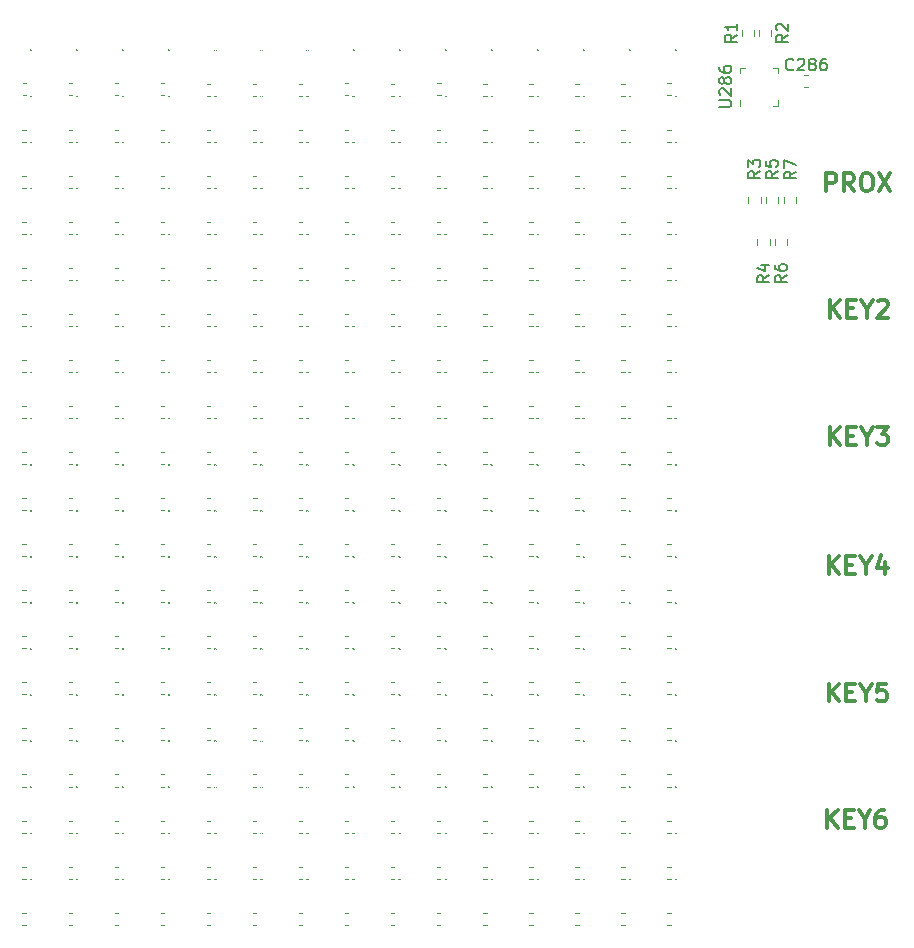
<source format=gbr>
%TF.GenerationSoftware,KiCad,Pcbnew,7.0.9*%
%TF.CreationDate,2023-12-18T15:10:48+01:00*%
%TF.ProjectId,flexAddressLedsV2,666c6578-4164-4647-9265-73734c656473,rev?*%
%TF.SameCoordinates,Original*%
%TF.FileFunction,Legend,Top*%
%TF.FilePolarity,Positive*%
%FSLAX46Y46*%
G04 Gerber Fmt 4.6, Leading zero omitted, Abs format (unit mm)*
G04 Created by KiCad (PCBNEW 7.0.9) date 2023-12-18 15:10:48*
%MOMM*%
%LPD*%
G01*
G04 APERTURE LIST*
%ADD10C,0.300000*%
%ADD11C,0.150000*%
%ADD12C,0.100000*%
%ADD13C,0.120000*%
G04 APERTURE END LIST*
D10*
X113154510Y-101200828D02*
X113154510Y-99700828D01*
X114011653Y-101200828D02*
X113368796Y-100343685D01*
X114011653Y-99700828D02*
X113154510Y-100557971D01*
X114654510Y-100415114D02*
X115154510Y-100415114D01*
X115368796Y-101200828D02*
X114654510Y-101200828D01*
X114654510Y-101200828D02*
X114654510Y-99700828D01*
X114654510Y-99700828D02*
X115368796Y-99700828D01*
X116297368Y-100486542D02*
X116297368Y-101200828D01*
X115797368Y-99700828D02*
X116297368Y-100486542D01*
X116297368Y-100486542D02*
X116797368Y-99700828D01*
X117940225Y-99700828D02*
X117654510Y-99700828D01*
X117654510Y-99700828D02*
X117511653Y-99772257D01*
X117511653Y-99772257D02*
X117440225Y-99843685D01*
X117440225Y-99843685D02*
X117297367Y-100057971D01*
X117297367Y-100057971D02*
X117225939Y-100343685D01*
X117225939Y-100343685D02*
X117225939Y-100915114D01*
X117225939Y-100915114D02*
X117297367Y-101057971D01*
X117297367Y-101057971D02*
X117368796Y-101129400D01*
X117368796Y-101129400D02*
X117511653Y-101200828D01*
X117511653Y-101200828D02*
X117797367Y-101200828D01*
X117797367Y-101200828D02*
X117940225Y-101129400D01*
X117940225Y-101129400D02*
X118011653Y-101057971D01*
X118011653Y-101057971D02*
X118083082Y-100915114D01*
X118083082Y-100915114D02*
X118083082Y-100557971D01*
X118083082Y-100557971D02*
X118011653Y-100415114D01*
X118011653Y-100415114D02*
X117940225Y-100343685D01*
X117940225Y-100343685D02*
X117797367Y-100272257D01*
X117797367Y-100272257D02*
X117511653Y-100272257D01*
X117511653Y-100272257D02*
X117368796Y-100343685D01*
X117368796Y-100343685D02*
X117297367Y-100415114D01*
X117297367Y-100415114D02*
X117225939Y-100557971D01*
X113254510Y-90500828D02*
X113254510Y-89000828D01*
X114111653Y-90500828D02*
X113468796Y-89643685D01*
X114111653Y-89000828D02*
X113254510Y-89857971D01*
X114754510Y-89715114D02*
X115254510Y-89715114D01*
X115468796Y-90500828D02*
X114754510Y-90500828D01*
X114754510Y-90500828D02*
X114754510Y-89000828D01*
X114754510Y-89000828D02*
X115468796Y-89000828D01*
X116397368Y-89786542D02*
X116397368Y-90500828D01*
X115897368Y-89000828D02*
X116397368Y-89786542D01*
X116397368Y-89786542D02*
X116897368Y-89000828D01*
X118111653Y-89000828D02*
X117397367Y-89000828D01*
X117397367Y-89000828D02*
X117325939Y-89715114D01*
X117325939Y-89715114D02*
X117397367Y-89643685D01*
X117397367Y-89643685D02*
X117540225Y-89572257D01*
X117540225Y-89572257D02*
X117897367Y-89572257D01*
X117897367Y-89572257D02*
X118040225Y-89643685D01*
X118040225Y-89643685D02*
X118111653Y-89715114D01*
X118111653Y-89715114D02*
X118183082Y-89857971D01*
X118183082Y-89857971D02*
X118183082Y-90215114D01*
X118183082Y-90215114D02*
X118111653Y-90357971D01*
X118111653Y-90357971D02*
X118040225Y-90429400D01*
X118040225Y-90429400D02*
X117897367Y-90500828D01*
X117897367Y-90500828D02*
X117540225Y-90500828D01*
X117540225Y-90500828D02*
X117397367Y-90429400D01*
X117397367Y-90429400D02*
X117325939Y-90357971D01*
X113354510Y-68800828D02*
X113354510Y-67300828D01*
X114211653Y-68800828D02*
X113568796Y-67943685D01*
X114211653Y-67300828D02*
X113354510Y-68157971D01*
X114854510Y-68015114D02*
X115354510Y-68015114D01*
X115568796Y-68800828D02*
X114854510Y-68800828D01*
X114854510Y-68800828D02*
X114854510Y-67300828D01*
X114854510Y-67300828D02*
X115568796Y-67300828D01*
X116497368Y-68086542D02*
X116497368Y-68800828D01*
X115997368Y-67300828D02*
X116497368Y-68086542D01*
X116497368Y-68086542D02*
X116997368Y-67300828D01*
X117354510Y-67300828D02*
X118283082Y-67300828D01*
X118283082Y-67300828D02*
X117783082Y-67872257D01*
X117783082Y-67872257D02*
X117997367Y-67872257D01*
X117997367Y-67872257D02*
X118140225Y-67943685D01*
X118140225Y-67943685D02*
X118211653Y-68015114D01*
X118211653Y-68015114D02*
X118283082Y-68157971D01*
X118283082Y-68157971D02*
X118283082Y-68515114D01*
X118283082Y-68515114D02*
X118211653Y-68657971D01*
X118211653Y-68657971D02*
X118140225Y-68729400D01*
X118140225Y-68729400D02*
X117997367Y-68800828D01*
X117997367Y-68800828D02*
X117568796Y-68800828D01*
X117568796Y-68800828D02*
X117425939Y-68729400D01*
X117425939Y-68729400D02*
X117354510Y-68657971D01*
X113354510Y-58000828D02*
X113354510Y-56500828D01*
X114211653Y-58000828D02*
X113568796Y-57143685D01*
X114211653Y-56500828D02*
X113354510Y-57357971D01*
X114854510Y-57215114D02*
X115354510Y-57215114D01*
X115568796Y-58000828D02*
X114854510Y-58000828D01*
X114854510Y-58000828D02*
X114854510Y-56500828D01*
X114854510Y-56500828D02*
X115568796Y-56500828D01*
X116497368Y-57286542D02*
X116497368Y-58000828D01*
X115997368Y-56500828D02*
X116497368Y-57286542D01*
X116497368Y-57286542D02*
X116997368Y-56500828D01*
X117425939Y-56643685D02*
X117497367Y-56572257D01*
X117497367Y-56572257D02*
X117640225Y-56500828D01*
X117640225Y-56500828D02*
X117997367Y-56500828D01*
X117997367Y-56500828D02*
X118140225Y-56572257D01*
X118140225Y-56572257D02*
X118211653Y-56643685D01*
X118211653Y-56643685D02*
X118283082Y-56786542D01*
X118283082Y-56786542D02*
X118283082Y-56929400D01*
X118283082Y-56929400D02*
X118211653Y-57143685D01*
X118211653Y-57143685D02*
X117354510Y-58000828D01*
X117354510Y-58000828D02*
X118283082Y-58000828D01*
X113054510Y-47300828D02*
X113054510Y-45800828D01*
X113054510Y-45800828D02*
X113625939Y-45800828D01*
X113625939Y-45800828D02*
X113768796Y-45872257D01*
X113768796Y-45872257D02*
X113840225Y-45943685D01*
X113840225Y-45943685D02*
X113911653Y-46086542D01*
X113911653Y-46086542D02*
X113911653Y-46300828D01*
X113911653Y-46300828D02*
X113840225Y-46443685D01*
X113840225Y-46443685D02*
X113768796Y-46515114D01*
X113768796Y-46515114D02*
X113625939Y-46586542D01*
X113625939Y-46586542D02*
X113054510Y-46586542D01*
X115411653Y-47300828D02*
X114911653Y-46586542D01*
X114554510Y-47300828D02*
X114554510Y-45800828D01*
X114554510Y-45800828D02*
X115125939Y-45800828D01*
X115125939Y-45800828D02*
X115268796Y-45872257D01*
X115268796Y-45872257D02*
X115340225Y-45943685D01*
X115340225Y-45943685D02*
X115411653Y-46086542D01*
X115411653Y-46086542D02*
X115411653Y-46300828D01*
X115411653Y-46300828D02*
X115340225Y-46443685D01*
X115340225Y-46443685D02*
X115268796Y-46515114D01*
X115268796Y-46515114D02*
X115125939Y-46586542D01*
X115125939Y-46586542D02*
X114554510Y-46586542D01*
X116340225Y-45800828D02*
X116625939Y-45800828D01*
X116625939Y-45800828D02*
X116768796Y-45872257D01*
X116768796Y-45872257D02*
X116911653Y-46015114D01*
X116911653Y-46015114D02*
X116983082Y-46300828D01*
X116983082Y-46300828D02*
X116983082Y-46800828D01*
X116983082Y-46800828D02*
X116911653Y-47086542D01*
X116911653Y-47086542D02*
X116768796Y-47229400D01*
X116768796Y-47229400D02*
X116625939Y-47300828D01*
X116625939Y-47300828D02*
X116340225Y-47300828D01*
X116340225Y-47300828D02*
X116197368Y-47229400D01*
X116197368Y-47229400D02*
X116054510Y-47086542D01*
X116054510Y-47086542D02*
X115983082Y-46800828D01*
X115983082Y-46800828D02*
X115983082Y-46300828D01*
X115983082Y-46300828D02*
X116054510Y-46015114D01*
X116054510Y-46015114D02*
X116197368Y-45872257D01*
X116197368Y-45872257D02*
X116340225Y-45800828D01*
X117483082Y-45800828D02*
X118483082Y-47300828D01*
X118483082Y-45800828D02*
X117483082Y-47300828D01*
X113254510Y-79700828D02*
X113254510Y-78200828D01*
X114111653Y-79700828D02*
X113468796Y-78843685D01*
X114111653Y-78200828D02*
X113254510Y-79057971D01*
X114754510Y-78915114D02*
X115254510Y-78915114D01*
X115468796Y-79700828D02*
X114754510Y-79700828D01*
X114754510Y-79700828D02*
X114754510Y-78200828D01*
X114754510Y-78200828D02*
X115468796Y-78200828D01*
X116397368Y-78986542D02*
X116397368Y-79700828D01*
X115897368Y-78200828D02*
X116397368Y-78986542D01*
X116397368Y-78986542D02*
X116897368Y-78200828D01*
X118040225Y-78700828D02*
X118040225Y-79700828D01*
X117683082Y-78129400D02*
X117325939Y-79200828D01*
X117325939Y-79200828D02*
X118254510Y-79200828D01*
D11*
X108204819Y-54441666D02*
X107728628Y-54774999D01*
X108204819Y-55013094D02*
X107204819Y-55013094D01*
X107204819Y-55013094D02*
X107204819Y-54632142D01*
X107204819Y-54632142D02*
X107252438Y-54536904D01*
X107252438Y-54536904D02*
X107300057Y-54489285D01*
X107300057Y-54489285D02*
X107395295Y-54441666D01*
X107395295Y-54441666D02*
X107538152Y-54441666D01*
X107538152Y-54441666D02*
X107633390Y-54489285D01*
X107633390Y-54489285D02*
X107681009Y-54536904D01*
X107681009Y-54536904D02*
X107728628Y-54632142D01*
X107728628Y-54632142D02*
X107728628Y-55013094D01*
X107538152Y-53584523D02*
X108204819Y-53584523D01*
X107157200Y-53822618D02*
X107871485Y-54060713D01*
X107871485Y-54060713D02*
X107871485Y-53441666D01*
X110479819Y-45641666D02*
X110003628Y-45974999D01*
X110479819Y-46213094D02*
X109479819Y-46213094D01*
X109479819Y-46213094D02*
X109479819Y-45832142D01*
X109479819Y-45832142D02*
X109527438Y-45736904D01*
X109527438Y-45736904D02*
X109575057Y-45689285D01*
X109575057Y-45689285D02*
X109670295Y-45641666D01*
X109670295Y-45641666D02*
X109813152Y-45641666D01*
X109813152Y-45641666D02*
X109908390Y-45689285D01*
X109908390Y-45689285D02*
X109956009Y-45736904D01*
X109956009Y-45736904D02*
X110003628Y-45832142D01*
X110003628Y-45832142D02*
X110003628Y-46213094D01*
X109479819Y-45308332D02*
X109479819Y-44641666D01*
X109479819Y-44641666D02*
X110479819Y-45070237D01*
X110255952Y-36984580D02*
X110208333Y-37032200D01*
X110208333Y-37032200D02*
X110065476Y-37079819D01*
X110065476Y-37079819D02*
X109970238Y-37079819D01*
X109970238Y-37079819D02*
X109827381Y-37032200D01*
X109827381Y-37032200D02*
X109732143Y-36936961D01*
X109732143Y-36936961D02*
X109684524Y-36841723D01*
X109684524Y-36841723D02*
X109636905Y-36651247D01*
X109636905Y-36651247D02*
X109636905Y-36508390D01*
X109636905Y-36508390D02*
X109684524Y-36317914D01*
X109684524Y-36317914D02*
X109732143Y-36222676D01*
X109732143Y-36222676D02*
X109827381Y-36127438D01*
X109827381Y-36127438D02*
X109970238Y-36079819D01*
X109970238Y-36079819D02*
X110065476Y-36079819D01*
X110065476Y-36079819D02*
X110208333Y-36127438D01*
X110208333Y-36127438D02*
X110255952Y-36175057D01*
X110636905Y-36175057D02*
X110684524Y-36127438D01*
X110684524Y-36127438D02*
X110779762Y-36079819D01*
X110779762Y-36079819D02*
X111017857Y-36079819D01*
X111017857Y-36079819D02*
X111113095Y-36127438D01*
X111113095Y-36127438D02*
X111160714Y-36175057D01*
X111160714Y-36175057D02*
X111208333Y-36270295D01*
X111208333Y-36270295D02*
X111208333Y-36365533D01*
X111208333Y-36365533D02*
X111160714Y-36508390D01*
X111160714Y-36508390D02*
X110589286Y-37079819D01*
X110589286Y-37079819D02*
X111208333Y-37079819D01*
X111779762Y-36508390D02*
X111684524Y-36460771D01*
X111684524Y-36460771D02*
X111636905Y-36413152D01*
X111636905Y-36413152D02*
X111589286Y-36317914D01*
X111589286Y-36317914D02*
X111589286Y-36270295D01*
X111589286Y-36270295D02*
X111636905Y-36175057D01*
X111636905Y-36175057D02*
X111684524Y-36127438D01*
X111684524Y-36127438D02*
X111779762Y-36079819D01*
X111779762Y-36079819D02*
X111970238Y-36079819D01*
X111970238Y-36079819D02*
X112065476Y-36127438D01*
X112065476Y-36127438D02*
X112113095Y-36175057D01*
X112113095Y-36175057D02*
X112160714Y-36270295D01*
X112160714Y-36270295D02*
X112160714Y-36317914D01*
X112160714Y-36317914D02*
X112113095Y-36413152D01*
X112113095Y-36413152D02*
X112065476Y-36460771D01*
X112065476Y-36460771D02*
X111970238Y-36508390D01*
X111970238Y-36508390D02*
X111779762Y-36508390D01*
X111779762Y-36508390D02*
X111684524Y-36556009D01*
X111684524Y-36556009D02*
X111636905Y-36603628D01*
X111636905Y-36603628D02*
X111589286Y-36698866D01*
X111589286Y-36698866D02*
X111589286Y-36889342D01*
X111589286Y-36889342D02*
X111636905Y-36984580D01*
X111636905Y-36984580D02*
X111684524Y-37032200D01*
X111684524Y-37032200D02*
X111779762Y-37079819D01*
X111779762Y-37079819D02*
X111970238Y-37079819D01*
X111970238Y-37079819D02*
X112065476Y-37032200D01*
X112065476Y-37032200D02*
X112113095Y-36984580D01*
X112113095Y-36984580D02*
X112160714Y-36889342D01*
X112160714Y-36889342D02*
X112160714Y-36698866D01*
X112160714Y-36698866D02*
X112113095Y-36603628D01*
X112113095Y-36603628D02*
X112065476Y-36556009D01*
X112065476Y-36556009D02*
X111970238Y-36508390D01*
X113017857Y-36079819D02*
X112827381Y-36079819D01*
X112827381Y-36079819D02*
X112732143Y-36127438D01*
X112732143Y-36127438D02*
X112684524Y-36175057D01*
X112684524Y-36175057D02*
X112589286Y-36317914D01*
X112589286Y-36317914D02*
X112541667Y-36508390D01*
X112541667Y-36508390D02*
X112541667Y-36889342D01*
X112541667Y-36889342D02*
X112589286Y-36984580D01*
X112589286Y-36984580D02*
X112636905Y-37032200D01*
X112636905Y-37032200D02*
X112732143Y-37079819D01*
X112732143Y-37079819D02*
X112922619Y-37079819D01*
X112922619Y-37079819D02*
X113017857Y-37032200D01*
X113017857Y-37032200D02*
X113065476Y-36984580D01*
X113065476Y-36984580D02*
X113113095Y-36889342D01*
X113113095Y-36889342D02*
X113113095Y-36651247D01*
X113113095Y-36651247D02*
X113065476Y-36556009D01*
X113065476Y-36556009D02*
X113017857Y-36508390D01*
X113017857Y-36508390D02*
X112922619Y-36460771D01*
X112922619Y-36460771D02*
X112732143Y-36460771D01*
X112732143Y-36460771D02*
X112636905Y-36508390D01*
X112636905Y-36508390D02*
X112589286Y-36556009D01*
X112589286Y-36556009D02*
X112541667Y-36651247D01*
X107454819Y-45591666D02*
X106978628Y-45924999D01*
X107454819Y-46163094D02*
X106454819Y-46163094D01*
X106454819Y-46163094D02*
X106454819Y-45782142D01*
X106454819Y-45782142D02*
X106502438Y-45686904D01*
X106502438Y-45686904D02*
X106550057Y-45639285D01*
X106550057Y-45639285D02*
X106645295Y-45591666D01*
X106645295Y-45591666D02*
X106788152Y-45591666D01*
X106788152Y-45591666D02*
X106883390Y-45639285D01*
X106883390Y-45639285D02*
X106931009Y-45686904D01*
X106931009Y-45686904D02*
X106978628Y-45782142D01*
X106978628Y-45782142D02*
X106978628Y-46163094D01*
X106454819Y-45258332D02*
X106454819Y-44639285D01*
X106454819Y-44639285D02*
X106835771Y-44972618D01*
X106835771Y-44972618D02*
X106835771Y-44829761D01*
X106835771Y-44829761D02*
X106883390Y-44734523D01*
X106883390Y-44734523D02*
X106931009Y-44686904D01*
X106931009Y-44686904D02*
X107026247Y-44639285D01*
X107026247Y-44639285D02*
X107264342Y-44639285D01*
X107264342Y-44639285D02*
X107359580Y-44686904D01*
X107359580Y-44686904D02*
X107407200Y-44734523D01*
X107407200Y-44734523D02*
X107454819Y-44829761D01*
X107454819Y-44829761D02*
X107454819Y-45115475D01*
X107454819Y-45115475D02*
X107407200Y-45210713D01*
X107407200Y-45210713D02*
X107359580Y-45258332D01*
X105474819Y-34066666D02*
X104998628Y-34399999D01*
X105474819Y-34638094D02*
X104474819Y-34638094D01*
X104474819Y-34638094D02*
X104474819Y-34257142D01*
X104474819Y-34257142D02*
X104522438Y-34161904D01*
X104522438Y-34161904D02*
X104570057Y-34114285D01*
X104570057Y-34114285D02*
X104665295Y-34066666D01*
X104665295Y-34066666D02*
X104808152Y-34066666D01*
X104808152Y-34066666D02*
X104903390Y-34114285D01*
X104903390Y-34114285D02*
X104951009Y-34161904D01*
X104951009Y-34161904D02*
X104998628Y-34257142D01*
X104998628Y-34257142D02*
X104998628Y-34638094D01*
X105474819Y-33114285D02*
X105474819Y-33685713D01*
X105474819Y-33399999D02*
X104474819Y-33399999D01*
X104474819Y-33399999D02*
X104617676Y-33495237D01*
X104617676Y-33495237D02*
X104712914Y-33590475D01*
X104712914Y-33590475D02*
X104760533Y-33685713D01*
X109704819Y-54441666D02*
X109228628Y-54774999D01*
X109704819Y-55013094D02*
X108704819Y-55013094D01*
X108704819Y-55013094D02*
X108704819Y-54632142D01*
X108704819Y-54632142D02*
X108752438Y-54536904D01*
X108752438Y-54536904D02*
X108800057Y-54489285D01*
X108800057Y-54489285D02*
X108895295Y-54441666D01*
X108895295Y-54441666D02*
X109038152Y-54441666D01*
X109038152Y-54441666D02*
X109133390Y-54489285D01*
X109133390Y-54489285D02*
X109181009Y-54536904D01*
X109181009Y-54536904D02*
X109228628Y-54632142D01*
X109228628Y-54632142D02*
X109228628Y-55013094D01*
X108704819Y-53584523D02*
X108704819Y-53774999D01*
X108704819Y-53774999D02*
X108752438Y-53870237D01*
X108752438Y-53870237D02*
X108800057Y-53917856D01*
X108800057Y-53917856D02*
X108942914Y-54013094D01*
X108942914Y-54013094D02*
X109133390Y-54060713D01*
X109133390Y-54060713D02*
X109514342Y-54060713D01*
X109514342Y-54060713D02*
X109609580Y-54013094D01*
X109609580Y-54013094D02*
X109657200Y-53965475D01*
X109657200Y-53965475D02*
X109704819Y-53870237D01*
X109704819Y-53870237D02*
X109704819Y-53679761D01*
X109704819Y-53679761D02*
X109657200Y-53584523D01*
X109657200Y-53584523D02*
X109609580Y-53536904D01*
X109609580Y-53536904D02*
X109514342Y-53489285D01*
X109514342Y-53489285D02*
X109276247Y-53489285D01*
X109276247Y-53489285D02*
X109181009Y-53536904D01*
X109181009Y-53536904D02*
X109133390Y-53584523D01*
X109133390Y-53584523D02*
X109085771Y-53679761D01*
X109085771Y-53679761D02*
X109085771Y-53870237D01*
X109085771Y-53870237D02*
X109133390Y-53965475D01*
X109133390Y-53965475D02*
X109181009Y-54013094D01*
X109181009Y-54013094D02*
X109276247Y-54060713D01*
X109804819Y-34066666D02*
X109328628Y-34399999D01*
X109804819Y-34638094D02*
X108804819Y-34638094D01*
X108804819Y-34638094D02*
X108804819Y-34257142D01*
X108804819Y-34257142D02*
X108852438Y-34161904D01*
X108852438Y-34161904D02*
X108900057Y-34114285D01*
X108900057Y-34114285D02*
X108995295Y-34066666D01*
X108995295Y-34066666D02*
X109138152Y-34066666D01*
X109138152Y-34066666D02*
X109233390Y-34114285D01*
X109233390Y-34114285D02*
X109281009Y-34161904D01*
X109281009Y-34161904D02*
X109328628Y-34257142D01*
X109328628Y-34257142D02*
X109328628Y-34638094D01*
X108900057Y-33685713D02*
X108852438Y-33638094D01*
X108852438Y-33638094D02*
X108804819Y-33542856D01*
X108804819Y-33542856D02*
X108804819Y-33304761D01*
X108804819Y-33304761D02*
X108852438Y-33209523D01*
X108852438Y-33209523D02*
X108900057Y-33161904D01*
X108900057Y-33161904D02*
X108995295Y-33114285D01*
X108995295Y-33114285D02*
X109090533Y-33114285D01*
X109090533Y-33114285D02*
X109233390Y-33161904D01*
X109233390Y-33161904D02*
X109804819Y-33733332D01*
X109804819Y-33733332D02*
X109804819Y-33114285D01*
X104004819Y-40164285D02*
X104814342Y-40164285D01*
X104814342Y-40164285D02*
X104909580Y-40116666D01*
X104909580Y-40116666D02*
X104957200Y-40069047D01*
X104957200Y-40069047D02*
X105004819Y-39973809D01*
X105004819Y-39973809D02*
X105004819Y-39783333D01*
X105004819Y-39783333D02*
X104957200Y-39688095D01*
X104957200Y-39688095D02*
X104909580Y-39640476D01*
X104909580Y-39640476D02*
X104814342Y-39592857D01*
X104814342Y-39592857D02*
X104004819Y-39592857D01*
X104100057Y-39164285D02*
X104052438Y-39116666D01*
X104052438Y-39116666D02*
X104004819Y-39021428D01*
X104004819Y-39021428D02*
X104004819Y-38783333D01*
X104004819Y-38783333D02*
X104052438Y-38688095D01*
X104052438Y-38688095D02*
X104100057Y-38640476D01*
X104100057Y-38640476D02*
X104195295Y-38592857D01*
X104195295Y-38592857D02*
X104290533Y-38592857D01*
X104290533Y-38592857D02*
X104433390Y-38640476D01*
X104433390Y-38640476D02*
X105004819Y-39211904D01*
X105004819Y-39211904D02*
X105004819Y-38592857D01*
X104433390Y-38021428D02*
X104385771Y-38116666D01*
X104385771Y-38116666D02*
X104338152Y-38164285D01*
X104338152Y-38164285D02*
X104242914Y-38211904D01*
X104242914Y-38211904D02*
X104195295Y-38211904D01*
X104195295Y-38211904D02*
X104100057Y-38164285D01*
X104100057Y-38164285D02*
X104052438Y-38116666D01*
X104052438Y-38116666D02*
X104004819Y-38021428D01*
X104004819Y-38021428D02*
X104004819Y-37830952D01*
X104004819Y-37830952D02*
X104052438Y-37735714D01*
X104052438Y-37735714D02*
X104100057Y-37688095D01*
X104100057Y-37688095D02*
X104195295Y-37640476D01*
X104195295Y-37640476D02*
X104242914Y-37640476D01*
X104242914Y-37640476D02*
X104338152Y-37688095D01*
X104338152Y-37688095D02*
X104385771Y-37735714D01*
X104385771Y-37735714D02*
X104433390Y-37830952D01*
X104433390Y-37830952D02*
X104433390Y-38021428D01*
X104433390Y-38021428D02*
X104481009Y-38116666D01*
X104481009Y-38116666D02*
X104528628Y-38164285D01*
X104528628Y-38164285D02*
X104623866Y-38211904D01*
X104623866Y-38211904D02*
X104814342Y-38211904D01*
X104814342Y-38211904D02*
X104909580Y-38164285D01*
X104909580Y-38164285D02*
X104957200Y-38116666D01*
X104957200Y-38116666D02*
X105004819Y-38021428D01*
X105004819Y-38021428D02*
X105004819Y-37830952D01*
X105004819Y-37830952D02*
X104957200Y-37735714D01*
X104957200Y-37735714D02*
X104909580Y-37688095D01*
X104909580Y-37688095D02*
X104814342Y-37640476D01*
X104814342Y-37640476D02*
X104623866Y-37640476D01*
X104623866Y-37640476D02*
X104528628Y-37688095D01*
X104528628Y-37688095D02*
X104481009Y-37735714D01*
X104481009Y-37735714D02*
X104433390Y-37830952D01*
X104004819Y-36783333D02*
X104004819Y-36973809D01*
X104004819Y-36973809D02*
X104052438Y-37069047D01*
X104052438Y-37069047D02*
X104100057Y-37116666D01*
X104100057Y-37116666D02*
X104242914Y-37211904D01*
X104242914Y-37211904D02*
X104433390Y-37259523D01*
X104433390Y-37259523D02*
X104814342Y-37259523D01*
X104814342Y-37259523D02*
X104909580Y-37211904D01*
X104909580Y-37211904D02*
X104957200Y-37164285D01*
X104957200Y-37164285D02*
X105004819Y-37069047D01*
X105004819Y-37069047D02*
X105004819Y-36878571D01*
X105004819Y-36878571D02*
X104957200Y-36783333D01*
X104957200Y-36783333D02*
X104909580Y-36735714D01*
X104909580Y-36735714D02*
X104814342Y-36688095D01*
X104814342Y-36688095D02*
X104576247Y-36688095D01*
X104576247Y-36688095D02*
X104481009Y-36735714D01*
X104481009Y-36735714D02*
X104433390Y-36783333D01*
X104433390Y-36783333D02*
X104385771Y-36878571D01*
X104385771Y-36878571D02*
X104385771Y-37069047D01*
X104385771Y-37069047D02*
X104433390Y-37164285D01*
X104433390Y-37164285D02*
X104481009Y-37211904D01*
X104481009Y-37211904D02*
X104576247Y-37259523D01*
X108929819Y-45616666D02*
X108453628Y-45949999D01*
X108929819Y-46188094D02*
X107929819Y-46188094D01*
X107929819Y-46188094D02*
X107929819Y-45807142D01*
X107929819Y-45807142D02*
X107977438Y-45711904D01*
X107977438Y-45711904D02*
X108025057Y-45664285D01*
X108025057Y-45664285D02*
X108120295Y-45616666D01*
X108120295Y-45616666D02*
X108263152Y-45616666D01*
X108263152Y-45616666D02*
X108358390Y-45664285D01*
X108358390Y-45664285D02*
X108406009Y-45711904D01*
X108406009Y-45711904D02*
X108453628Y-45807142D01*
X108453628Y-45807142D02*
X108453628Y-46188094D01*
X107929819Y-44711904D02*
X107929819Y-45188094D01*
X107929819Y-45188094D02*
X108406009Y-45235713D01*
X108406009Y-45235713D02*
X108358390Y-45188094D01*
X108358390Y-45188094D02*
X108310771Y-45092856D01*
X108310771Y-45092856D02*
X108310771Y-44854761D01*
X108310771Y-44854761D02*
X108358390Y-44759523D01*
X108358390Y-44759523D02*
X108406009Y-44711904D01*
X108406009Y-44711904D02*
X108501247Y-44664285D01*
X108501247Y-44664285D02*
X108739342Y-44664285D01*
X108739342Y-44664285D02*
X108834580Y-44711904D01*
X108834580Y-44711904D02*
X108882200Y-44759523D01*
X108882200Y-44759523D02*
X108929819Y-44854761D01*
X108929819Y-44854761D02*
X108929819Y-45092856D01*
X108929819Y-45092856D02*
X108882200Y-45188094D01*
X108882200Y-45188094D02*
X108834580Y-45235713D01*
D12*
%TO.C,U285*%
X100250000Y-105550000D02*
X100250000Y-105550000D01*
X100350000Y-105550000D02*
X100350000Y-105550000D01*
X100350000Y-105550000D02*
G75*
G03*
X100250000Y-105550000I-50000J0D01*
G01*
X100250000Y-105550000D02*
G75*
G03*
X100350000Y-105550000I50000J0D01*
G01*
%TO.C,U284*%
X96349999Y-105550000D02*
X96349999Y-105550000D01*
X96449999Y-105550000D02*
X96449999Y-105550000D01*
X96449999Y-105550000D02*
G75*
G03*
X96349999Y-105550000I-50000J0D01*
G01*
X96349999Y-105550000D02*
G75*
G03*
X96449999Y-105550000I50000J0D01*
G01*
%TO.C,U283*%
X92450000Y-105550000D02*
X92450000Y-105550000D01*
X92550000Y-105550000D02*
X92550000Y-105550000D01*
X92550000Y-105550000D02*
G75*
G03*
X92450000Y-105550000I-50000J0D01*
G01*
X92450000Y-105550000D02*
G75*
G03*
X92550000Y-105550000I50000J0D01*
G01*
%TO.C,U282*%
X88550000Y-105550000D02*
X88550000Y-105550000D01*
X88650000Y-105550000D02*
X88650000Y-105550000D01*
X88650000Y-105550000D02*
G75*
G03*
X88550000Y-105550000I-50000J0D01*
G01*
X88550000Y-105550000D02*
G75*
G03*
X88650000Y-105550000I50000J0D01*
G01*
%TO.C,U281*%
X84650000Y-105550000D02*
X84650000Y-105550000D01*
X84750000Y-105550000D02*
X84750000Y-105550000D01*
X84750000Y-105550000D02*
G75*
G03*
X84650000Y-105550000I-50000J0D01*
G01*
X84650000Y-105550000D02*
G75*
G03*
X84750000Y-105550000I50000J0D01*
G01*
%TO.C,U280*%
X80750000Y-105550000D02*
X80750000Y-105550000D01*
X80850000Y-105550000D02*
X80850000Y-105550000D01*
X80850000Y-105550000D02*
G75*
G03*
X80750000Y-105550000I-50000J0D01*
G01*
X80750000Y-105550000D02*
G75*
G03*
X80850000Y-105550000I50000J0D01*
G01*
%TO.C,U279*%
X76850000Y-105550000D02*
X76850000Y-105550000D01*
X76950000Y-105550000D02*
X76950000Y-105550000D01*
X76950000Y-105550000D02*
G75*
G03*
X76850000Y-105550000I-50000J0D01*
G01*
X76850000Y-105550000D02*
G75*
G03*
X76950000Y-105550000I50000J0D01*
G01*
%TO.C,U278*%
X72950000Y-105550000D02*
X72950000Y-105550000D01*
X73050000Y-105550000D02*
X73050000Y-105550000D01*
X73050000Y-105550000D02*
G75*
G03*
X72950000Y-105550000I-50000J0D01*
G01*
X72950000Y-105550000D02*
G75*
G03*
X73050000Y-105550000I50000J0D01*
G01*
%TO.C,U277*%
X69050000Y-105550000D02*
X69050000Y-105550000D01*
X69150000Y-105550000D02*
X69150000Y-105550000D01*
X69150000Y-105550000D02*
G75*
G03*
X69050000Y-105550000I-50000J0D01*
G01*
X69050000Y-105550000D02*
G75*
G03*
X69150000Y-105550000I50000J0D01*
G01*
%TO.C,U276*%
X65150000Y-105550000D02*
X65150000Y-105550000D01*
X65250000Y-105550000D02*
X65250000Y-105550000D01*
X65250000Y-105550000D02*
G75*
G03*
X65150000Y-105550000I-50000J0D01*
G01*
X65150000Y-105550000D02*
G75*
G03*
X65250000Y-105550000I50000J0D01*
G01*
%TO.C,U275*%
X61250000Y-105550000D02*
X61250000Y-105550000D01*
X61350000Y-105550000D02*
X61350000Y-105550000D01*
X61350000Y-105550000D02*
G75*
G03*
X61250000Y-105550000I-50000J0D01*
G01*
X61250000Y-105550000D02*
G75*
G03*
X61350000Y-105550000I50000J0D01*
G01*
%TO.C,U274*%
X57350000Y-105550000D02*
X57350000Y-105550000D01*
X57450000Y-105550000D02*
X57450000Y-105550000D01*
X57450000Y-105550000D02*
G75*
G03*
X57350000Y-105550000I-50000J0D01*
G01*
X57350000Y-105550000D02*
G75*
G03*
X57450000Y-105550000I50000J0D01*
G01*
%TO.C,U273*%
X53450000Y-105550000D02*
X53450000Y-105550000D01*
X53550000Y-105550000D02*
X53550000Y-105550000D01*
X53550000Y-105550000D02*
G75*
G03*
X53450000Y-105550000I-50000J0D01*
G01*
X53450000Y-105550000D02*
G75*
G03*
X53550000Y-105550000I50000J0D01*
G01*
%TO.C,U272*%
X49550000Y-105550000D02*
X49550000Y-105550000D01*
X49650000Y-105550000D02*
X49650000Y-105550000D01*
X49650000Y-105550000D02*
G75*
G03*
X49550000Y-105550000I-50000J0D01*
G01*
X49550000Y-105550000D02*
G75*
G03*
X49650000Y-105550000I50000J0D01*
G01*
%TO.C,U271*%
X45650000Y-105550000D02*
X45650000Y-105550000D01*
X45750000Y-105550000D02*
X45750000Y-105550000D01*
X45750000Y-105550000D02*
G75*
G03*
X45650000Y-105550000I-50000J0D01*
G01*
X45650000Y-105550000D02*
G75*
G03*
X45750000Y-105550000I50000J0D01*
G01*
%TO.C,U270*%
X100250000Y-101650000D02*
X100250000Y-101650000D01*
X100350000Y-101650000D02*
X100350000Y-101650000D01*
X100350000Y-101650000D02*
G75*
G03*
X100250000Y-101650000I-50000J0D01*
G01*
X100250000Y-101650000D02*
G75*
G03*
X100350000Y-101650000I50000J0D01*
G01*
%TO.C,U269*%
X96349999Y-101650000D02*
X96349999Y-101650000D01*
X96449999Y-101650000D02*
X96449999Y-101650000D01*
X96449999Y-101650000D02*
G75*
G03*
X96349999Y-101650000I-50000J0D01*
G01*
X96349999Y-101650000D02*
G75*
G03*
X96449999Y-101650000I50000J0D01*
G01*
%TO.C,U268*%
X92450000Y-101650000D02*
X92450000Y-101650000D01*
X92550000Y-101650000D02*
X92550000Y-101650000D01*
X92550000Y-101650000D02*
G75*
G03*
X92450000Y-101650000I-50000J0D01*
G01*
X92450000Y-101650000D02*
G75*
G03*
X92550000Y-101650000I50000J0D01*
G01*
%TO.C,U267*%
X88550000Y-101650000D02*
X88550000Y-101650000D01*
X88650000Y-101650000D02*
X88650000Y-101650000D01*
X88650000Y-101650000D02*
G75*
G03*
X88550000Y-101650000I-50000J0D01*
G01*
X88550000Y-101650000D02*
G75*
G03*
X88650000Y-101650000I50000J0D01*
G01*
%TO.C,U266*%
X84650000Y-101650000D02*
X84650000Y-101650000D01*
X84750000Y-101650000D02*
X84750000Y-101650000D01*
X84750000Y-101650000D02*
G75*
G03*
X84650000Y-101650000I-50000J0D01*
G01*
X84650000Y-101650000D02*
G75*
G03*
X84750000Y-101650000I50000J0D01*
G01*
%TO.C,U265*%
X80750000Y-101650000D02*
X80750000Y-101650000D01*
X80850000Y-101650000D02*
X80850000Y-101650000D01*
X80850000Y-101650000D02*
G75*
G03*
X80750000Y-101650000I-50000J0D01*
G01*
X80750000Y-101650000D02*
G75*
G03*
X80850000Y-101650000I50000J0D01*
G01*
%TO.C,U264*%
X76850000Y-101650000D02*
X76850000Y-101650000D01*
X76950000Y-101650000D02*
X76950000Y-101650000D01*
X76950000Y-101650000D02*
G75*
G03*
X76850000Y-101650000I-50000J0D01*
G01*
X76850000Y-101650000D02*
G75*
G03*
X76950000Y-101650000I50000J0D01*
G01*
%TO.C,U263*%
X72950000Y-101650000D02*
X72950000Y-101650000D01*
X73050000Y-101650000D02*
X73050000Y-101650000D01*
X73050000Y-101650000D02*
G75*
G03*
X72950000Y-101650000I-50000J0D01*
G01*
X72950000Y-101650000D02*
G75*
G03*
X73050000Y-101650000I50000J0D01*
G01*
%TO.C,U262*%
X69050000Y-101650000D02*
X69050000Y-101650000D01*
X69150000Y-101650000D02*
X69150000Y-101650000D01*
X69150000Y-101650000D02*
G75*
G03*
X69050000Y-101650000I-50000J0D01*
G01*
X69050000Y-101650000D02*
G75*
G03*
X69150000Y-101650000I50000J0D01*
G01*
%TO.C,U261*%
X65150000Y-101650000D02*
X65150000Y-101650000D01*
X65250000Y-101650000D02*
X65250000Y-101650000D01*
X65250000Y-101650000D02*
G75*
G03*
X65150000Y-101650000I-50000J0D01*
G01*
X65150000Y-101650000D02*
G75*
G03*
X65250000Y-101650000I50000J0D01*
G01*
%TO.C,U260*%
X61250000Y-101650000D02*
X61250000Y-101650000D01*
X61350000Y-101650000D02*
X61350000Y-101650000D01*
X61350000Y-101650000D02*
G75*
G03*
X61250000Y-101650000I-50000J0D01*
G01*
X61250000Y-101650000D02*
G75*
G03*
X61350000Y-101650000I50000J0D01*
G01*
%TO.C,U259*%
X57350000Y-101650000D02*
X57350000Y-101650000D01*
X57450000Y-101650000D02*
X57450000Y-101650000D01*
X57450000Y-101650000D02*
G75*
G03*
X57350000Y-101650000I-50000J0D01*
G01*
X57350000Y-101650000D02*
G75*
G03*
X57450000Y-101650000I50000J0D01*
G01*
%TO.C,U258*%
X53450000Y-101650000D02*
X53450000Y-101650000D01*
X53550000Y-101650000D02*
X53550000Y-101650000D01*
X53550000Y-101650000D02*
G75*
G03*
X53450000Y-101650000I-50000J0D01*
G01*
X53450000Y-101650000D02*
G75*
G03*
X53550000Y-101650000I50000J0D01*
G01*
%TO.C,U257*%
X49550000Y-101650000D02*
X49550000Y-101650000D01*
X49650000Y-101650000D02*
X49650000Y-101650000D01*
X49650000Y-101650000D02*
G75*
G03*
X49550000Y-101650000I-50000J0D01*
G01*
X49550000Y-101650000D02*
G75*
G03*
X49650000Y-101650000I50000J0D01*
G01*
%TO.C,U256*%
X45650000Y-101650000D02*
X45650000Y-101650000D01*
X45750000Y-101650000D02*
X45750000Y-101650000D01*
X45750000Y-101650000D02*
G75*
G03*
X45650000Y-101650000I-50000J0D01*
G01*
X45650000Y-101650000D02*
G75*
G03*
X45750000Y-101650000I50000J0D01*
G01*
%TO.C,U255*%
X100250000Y-97750000D02*
X100250000Y-97750000D01*
X100350000Y-97750000D02*
X100350000Y-97750000D01*
X100350000Y-97750000D02*
G75*
G03*
X100250000Y-97750000I-50000J0D01*
G01*
X100250000Y-97750000D02*
G75*
G03*
X100350000Y-97750000I50000J0D01*
G01*
%TO.C,U254*%
X96349999Y-97750000D02*
X96349999Y-97750000D01*
X96449999Y-97750000D02*
X96449999Y-97750000D01*
X96449999Y-97750000D02*
G75*
G03*
X96349999Y-97750000I-50000J0D01*
G01*
X96349999Y-97750000D02*
G75*
G03*
X96449999Y-97750000I50000J0D01*
G01*
%TO.C,U253*%
X92450000Y-97750000D02*
X92450000Y-97750000D01*
X92550000Y-97750000D02*
X92550000Y-97750000D01*
X92550000Y-97750000D02*
G75*
G03*
X92450000Y-97750000I-50000J0D01*
G01*
X92450000Y-97750000D02*
G75*
G03*
X92550000Y-97750000I50000J0D01*
G01*
%TO.C,U252*%
X88550000Y-97750000D02*
X88550000Y-97750000D01*
X88650000Y-97750000D02*
X88650000Y-97750000D01*
X88650000Y-97750000D02*
G75*
G03*
X88550000Y-97750000I-50000J0D01*
G01*
X88550000Y-97750000D02*
G75*
G03*
X88650000Y-97750000I50000J0D01*
G01*
%TO.C,U251*%
X84650000Y-97750000D02*
X84650000Y-97750000D01*
X84750000Y-97750000D02*
X84750000Y-97750000D01*
X84750000Y-97750000D02*
G75*
G03*
X84650000Y-97750000I-50000J0D01*
G01*
X84650000Y-97750000D02*
G75*
G03*
X84750000Y-97750000I50000J0D01*
G01*
%TO.C,U250*%
X80750000Y-97750000D02*
X80750000Y-97750000D01*
X80850000Y-97750000D02*
X80850000Y-97750000D01*
X80850000Y-97750000D02*
G75*
G03*
X80750000Y-97750000I-50000J0D01*
G01*
X80750000Y-97750000D02*
G75*
G03*
X80850000Y-97750000I50000J0D01*
G01*
%TO.C,U249*%
X76850000Y-97750000D02*
X76850000Y-97750000D01*
X76950000Y-97750000D02*
X76950000Y-97750000D01*
X76950000Y-97750000D02*
G75*
G03*
X76850000Y-97750000I-50000J0D01*
G01*
X76850000Y-97750000D02*
G75*
G03*
X76950000Y-97750000I50000J0D01*
G01*
%TO.C,U248*%
X72950000Y-97750000D02*
X72950000Y-97750000D01*
X73050000Y-97750000D02*
X73050000Y-97750000D01*
X73050000Y-97750000D02*
G75*
G03*
X72950000Y-97750000I-50000J0D01*
G01*
X72950000Y-97750000D02*
G75*
G03*
X73050000Y-97750000I50000J0D01*
G01*
%TO.C,U247*%
X69050000Y-97750000D02*
X69050000Y-97750000D01*
X69150000Y-97750000D02*
X69150000Y-97750000D01*
X69150000Y-97750000D02*
G75*
G03*
X69050000Y-97750000I-50000J0D01*
G01*
X69050000Y-97750000D02*
G75*
G03*
X69150000Y-97750000I50000J0D01*
G01*
%TO.C,U246*%
X65150000Y-97750000D02*
X65150000Y-97750000D01*
X65250000Y-97750000D02*
X65250000Y-97750000D01*
X65250000Y-97750000D02*
G75*
G03*
X65150000Y-97750000I-50000J0D01*
G01*
X65150000Y-97750000D02*
G75*
G03*
X65250000Y-97750000I50000J0D01*
G01*
%TO.C,U245*%
X61250000Y-97750000D02*
X61250000Y-97750000D01*
X61350000Y-97750000D02*
X61350000Y-97750000D01*
X61350000Y-97750000D02*
G75*
G03*
X61250000Y-97750000I-50000J0D01*
G01*
X61250000Y-97750000D02*
G75*
G03*
X61350000Y-97750000I50000J0D01*
G01*
%TO.C,U244*%
X57350000Y-97750000D02*
X57350000Y-97750000D01*
X57450000Y-97750000D02*
X57450000Y-97750000D01*
X57450000Y-97750000D02*
G75*
G03*
X57350000Y-97750000I-50000J0D01*
G01*
X57350000Y-97750000D02*
G75*
G03*
X57450000Y-97750000I50000J0D01*
G01*
%TO.C,U243*%
X53450000Y-97750000D02*
X53450000Y-97750000D01*
X53550000Y-97750000D02*
X53550000Y-97750000D01*
X53550000Y-97750000D02*
G75*
G03*
X53450000Y-97750000I-50000J0D01*
G01*
X53450000Y-97750000D02*
G75*
G03*
X53550000Y-97750000I50000J0D01*
G01*
%TO.C,U242*%
X49550000Y-97750000D02*
X49550000Y-97750000D01*
X49650000Y-97750000D02*
X49650000Y-97750000D01*
X49650000Y-97750000D02*
G75*
G03*
X49550000Y-97750000I-50000J0D01*
G01*
X49550000Y-97750000D02*
G75*
G03*
X49650000Y-97750000I50000J0D01*
G01*
%TO.C,U241*%
X45650000Y-97750000D02*
X45650000Y-97750000D01*
X45750000Y-97750000D02*
X45750000Y-97750000D01*
X45750000Y-97750000D02*
G75*
G03*
X45650000Y-97750000I-50000J0D01*
G01*
X45650000Y-97750000D02*
G75*
G03*
X45750000Y-97750000I50000J0D01*
G01*
%TO.C,U240*%
X100250000Y-93850000D02*
X100250000Y-93850000D01*
X100350000Y-93850000D02*
X100350000Y-93850000D01*
X100350000Y-93850000D02*
G75*
G03*
X100250000Y-93850000I-50000J0D01*
G01*
X100250000Y-93850000D02*
G75*
G03*
X100350000Y-93850000I50000J0D01*
G01*
%TO.C,U239*%
X96349999Y-93850000D02*
X96349999Y-93850000D01*
X96449999Y-93850000D02*
X96449999Y-93850000D01*
X96449999Y-93850000D02*
G75*
G03*
X96349999Y-93850000I-50000J0D01*
G01*
X96349999Y-93850000D02*
G75*
G03*
X96449999Y-93850000I50000J0D01*
G01*
%TO.C,U238*%
X92450000Y-93850000D02*
X92450000Y-93850000D01*
X92550000Y-93850000D02*
X92550000Y-93850000D01*
X92550000Y-93850000D02*
G75*
G03*
X92450000Y-93850000I-50000J0D01*
G01*
X92450000Y-93850000D02*
G75*
G03*
X92550000Y-93850000I50000J0D01*
G01*
%TO.C,U237*%
X88550000Y-93850000D02*
X88550000Y-93850000D01*
X88650000Y-93850000D02*
X88650000Y-93850000D01*
X88650000Y-93850000D02*
G75*
G03*
X88550000Y-93850000I-50000J0D01*
G01*
X88550000Y-93850000D02*
G75*
G03*
X88650000Y-93850000I50000J0D01*
G01*
%TO.C,U236*%
X84650000Y-93850000D02*
X84650000Y-93850000D01*
X84750000Y-93850000D02*
X84750000Y-93850000D01*
X84750000Y-93850000D02*
G75*
G03*
X84650000Y-93850000I-50000J0D01*
G01*
X84650000Y-93850000D02*
G75*
G03*
X84750000Y-93850000I50000J0D01*
G01*
%TO.C,U235*%
X80750000Y-93850000D02*
X80750000Y-93850000D01*
X80850000Y-93850000D02*
X80850000Y-93850000D01*
X80850000Y-93850000D02*
G75*
G03*
X80750000Y-93850000I-50000J0D01*
G01*
X80750000Y-93850000D02*
G75*
G03*
X80850000Y-93850000I50000J0D01*
G01*
%TO.C,U234*%
X76850000Y-93850000D02*
X76850000Y-93850000D01*
X76950000Y-93850000D02*
X76950000Y-93850000D01*
X76950000Y-93850000D02*
G75*
G03*
X76850000Y-93850000I-50000J0D01*
G01*
X76850000Y-93850000D02*
G75*
G03*
X76950000Y-93850000I50000J0D01*
G01*
%TO.C,U233*%
X72950000Y-93850000D02*
X72950000Y-93850000D01*
X73050000Y-93850000D02*
X73050000Y-93850000D01*
X73050000Y-93850000D02*
G75*
G03*
X72950000Y-93850000I-50000J0D01*
G01*
X72950000Y-93850000D02*
G75*
G03*
X73050000Y-93850000I50000J0D01*
G01*
%TO.C,U232*%
X69050000Y-93850000D02*
X69050000Y-93850000D01*
X69150000Y-93850000D02*
X69150000Y-93850000D01*
X69150000Y-93850000D02*
G75*
G03*
X69050000Y-93850000I-50000J0D01*
G01*
X69050000Y-93850000D02*
G75*
G03*
X69150000Y-93850000I50000J0D01*
G01*
%TO.C,U231*%
X65150000Y-93850000D02*
X65150000Y-93850000D01*
X65250000Y-93850000D02*
X65250000Y-93850000D01*
X65250000Y-93850000D02*
G75*
G03*
X65150000Y-93850000I-50000J0D01*
G01*
X65150000Y-93850000D02*
G75*
G03*
X65250000Y-93850000I50000J0D01*
G01*
%TO.C,U230*%
X61250000Y-93850000D02*
X61250000Y-93850000D01*
X61350000Y-93850000D02*
X61350000Y-93850000D01*
X61350000Y-93850000D02*
G75*
G03*
X61250000Y-93850000I-50000J0D01*
G01*
X61250000Y-93850000D02*
G75*
G03*
X61350000Y-93850000I50000J0D01*
G01*
%TO.C,U229*%
X57350000Y-93850000D02*
X57350000Y-93850000D01*
X57450000Y-93850000D02*
X57450000Y-93850000D01*
X57450000Y-93850000D02*
G75*
G03*
X57350000Y-93850000I-50000J0D01*
G01*
X57350000Y-93850000D02*
G75*
G03*
X57450000Y-93850000I50000J0D01*
G01*
%TO.C,U228*%
X53450000Y-93850000D02*
X53450000Y-93850000D01*
X53550000Y-93850000D02*
X53550000Y-93850000D01*
X53550000Y-93850000D02*
G75*
G03*
X53450000Y-93850000I-50000J0D01*
G01*
X53450000Y-93850000D02*
G75*
G03*
X53550000Y-93850000I50000J0D01*
G01*
%TO.C,U227*%
X49550000Y-93850000D02*
X49550000Y-93850000D01*
X49650000Y-93850000D02*
X49650000Y-93850000D01*
X49650000Y-93850000D02*
G75*
G03*
X49550000Y-93850000I-50000J0D01*
G01*
X49550000Y-93850000D02*
G75*
G03*
X49650000Y-93850000I50000J0D01*
G01*
%TO.C,U226*%
X45650000Y-93850000D02*
X45650000Y-93850000D01*
X45750000Y-93850000D02*
X45750000Y-93850000D01*
X45750000Y-93850000D02*
G75*
G03*
X45650000Y-93850000I-50000J0D01*
G01*
X45650000Y-93850000D02*
G75*
G03*
X45750000Y-93850000I50000J0D01*
G01*
%TO.C,U225*%
X100250000Y-89950000D02*
X100250000Y-89950000D01*
X100350000Y-89950000D02*
X100350000Y-89950000D01*
X100350000Y-89950000D02*
G75*
G03*
X100250000Y-89950000I-50000J0D01*
G01*
X100250000Y-89950000D02*
G75*
G03*
X100350000Y-89950000I50000J0D01*
G01*
%TO.C,U224*%
X96349999Y-89950000D02*
X96349999Y-89950000D01*
X96449999Y-89950000D02*
X96449999Y-89950000D01*
X96449999Y-89950000D02*
G75*
G03*
X96349999Y-89950000I-50000J0D01*
G01*
X96349999Y-89950000D02*
G75*
G03*
X96449999Y-89950000I50000J0D01*
G01*
%TO.C,U223*%
X92450000Y-89950000D02*
X92450000Y-89950000D01*
X92550000Y-89950000D02*
X92550000Y-89950000D01*
X92550000Y-89950000D02*
G75*
G03*
X92450000Y-89950000I-50000J0D01*
G01*
X92450000Y-89950000D02*
G75*
G03*
X92550000Y-89950000I50000J0D01*
G01*
%TO.C,U222*%
X88550000Y-89950000D02*
X88550000Y-89950000D01*
X88650000Y-89950000D02*
X88650000Y-89950000D01*
X88650000Y-89950000D02*
G75*
G03*
X88550000Y-89950000I-50000J0D01*
G01*
X88550000Y-89950000D02*
G75*
G03*
X88650000Y-89950000I50000J0D01*
G01*
%TO.C,U221*%
X84650000Y-89950000D02*
X84650000Y-89950000D01*
X84750000Y-89950000D02*
X84750000Y-89950000D01*
X84750000Y-89950000D02*
G75*
G03*
X84650000Y-89950000I-50000J0D01*
G01*
X84650000Y-89950000D02*
G75*
G03*
X84750000Y-89950000I50000J0D01*
G01*
%TO.C,U220*%
X80750000Y-89950000D02*
X80750000Y-89950000D01*
X80850000Y-89950000D02*
X80850000Y-89950000D01*
X80850000Y-89950000D02*
G75*
G03*
X80750000Y-89950000I-50000J0D01*
G01*
X80750000Y-89950000D02*
G75*
G03*
X80850000Y-89950000I50000J0D01*
G01*
%TO.C,U219*%
X76850000Y-89950000D02*
X76850000Y-89950000D01*
X76950000Y-89950000D02*
X76950000Y-89950000D01*
X76950000Y-89950000D02*
G75*
G03*
X76850000Y-89950000I-50000J0D01*
G01*
X76850000Y-89950000D02*
G75*
G03*
X76950000Y-89950000I50000J0D01*
G01*
%TO.C,U218*%
X72950000Y-89950000D02*
X72950000Y-89950000D01*
X73050000Y-89950000D02*
X73050000Y-89950000D01*
X73050000Y-89950000D02*
G75*
G03*
X72950000Y-89950000I-50000J0D01*
G01*
X72950000Y-89950000D02*
G75*
G03*
X73050000Y-89950000I50000J0D01*
G01*
%TO.C,U217*%
X69050000Y-89950000D02*
X69050000Y-89950000D01*
X69150000Y-89950000D02*
X69150000Y-89950000D01*
X69150000Y-89950000D02*
G75*
G03*
X69050000Y-89950000I-50000J0D01*
G01*
X69050000Y-89950000D02*
G75*
G03*
X69150000Y-89950000I50000J0D01*
G01*
%TO.C,U216*%
X65150000Y-89950000D02*
X65150000Y-89950000D01*
X65250000Y-89950000D02*
X65250000Y-89950000D01*
X65250000Y-89950000D02*
G75*
G03*
X65150000Y-89950000I-50000J0D01*
G01*
X65150000Y-89950000D02*
G75*
G03*
X65250000Y-89950000I50000J0D01*
G01*
%TO.C,U215*%
X61250000Y-89950000D02*
X61250000Y-89950000D01*
X61350000Y-89950000D02*
X61350000Y-89950000D01*
X61350000Y-89950000D02*
G75*
G03*
X61250000Y-89950000I-50000J0D01*
G01*
X61250000Y-89950000D02*
G75*
G03*
X61350000Y-89950000I50000J0D01*
G01*
%TO.C,U214*%
X57350000Y-89950000D02*
X57350000Y-89950000D01*
X57450000Y-89950000D02*
X57450000Y-89950000D01*
X57450000Y-89950000D02*
G75*
G03*
X57350000Y-89950000I-50000J0D01*
G01*
X57350000Y-89950000D02*
G75*
G03*
X57450000Y-89950000I50000J0D01*
G01*
%TO.C,U213*%
X53450000Y-89950000D02*
X53450000Y-89950000D01*
X53550000Y-89950000D02*
X53550000Y-89950000D01*
X53550000Y-89950000D02*
G75*
G03*
X53450000Y-89950000I-50000J0D01*
G01*
X53450000Y-89950000D02*
G75*
G03*
X53550000Y-89950000I50000J0D01*
G01*
%TO.C,U212*%
X49550000Y-89950000D02*
X49550000Y-89950000D01*
X49650000Y-89950000D02*
X49650000Y-89950000D01*
X49650000Y-89950000D02*
G75*
G03*
X49550000Y-89950000I-50000J0D01*
G01*
X49550000Y-89950000D02*
G75*
G03*
X49650000Y-89950000I50000J0D01*
G01*
%TO.C,U211*%
X45650000Y-89950000D02*
X45650000Y-89950000D01*
X45750000Y-89950000D02*
X45750000Y-89950000D01*
X45750000Y-89950000D02*
G75*
G03*
X45650000Y-89950000I-50000J0D01*
G01*
X45650000Y-89950000D02*
G75*
G03*
X45750000Y-89950000I50000J0D01*
G01*
%TO.C,U210*%
X100250000Y-86050000D02*
X100250000Y-86050000D01*
X100350000Y-86050000D02*
X100350000Y-86050000D01*
X100350000Y-86050000D02*
G75*
G03*
X100250000Y-86050000I-50000J0D01*
G01*
X100250000Y-86050000D02*
G75*
G03*
X100350000Y-86050000I50000J0D01*
G01*
%TO.C,U209*%
X96349999Y-86050000D02*
X96349999Y-86050000D01*
X96449999Y-86050000D02*
X96449999Y-86050000D01*
X96449999Y-86050000D02*
G75*
G03*
X96349999Y-86050000I-50000J0D01*
G01*
X96349999Y-86050000D02*
G75*
G03*
X96449999Y-86050000I50000J0D01*
G01*
%TO.C,U208*%
X92450000Y-86050000D02*
X92450000Y-86050000D01*
X92550000Y-86050000D02*
X92550000Y-86050000D01*
X92550000Y-86050000D02*
G75*
G03*
X92450000Y-86050000I-50000J0D01*
G01*
X92450000Y-86050000D02*
G75*
G03*
X92550000Y-86050000I50000J0D01*
G01*
%TO.C,U207*%
X88550000Y-86050000D02*
X88550000Y-86050000D01*
X88650000Y-86050000D02*
X88650000Y-86050000D01*
X88650000Y-86050000D02*
G75*
G03*
X88550000Y-86050000I-50000J0D01*
G01*
X88550000Y-86050000D02*
G75*
G03*
X88650000Y-86050000I50000J0D01*
G01*
%TO.C,U206*%
X84650000Y-86050000D02*
X84650000Y-86050000D01*
X84750000Y-86050000D02*
X84750000Y-86050000D01*
X84750000Y-86050000D02*
G75*
G03*
X84650000Y-86050000I-50000J0D01*
G01*
X84650000Y-86050000D02*
G75*
G03*
X84750000Y-86050000I50000J0D01*
G01*
%TO.C,U205*%
X80750000Y-86050000D02*
X80750000Y-86050000D01*
X80850000Y-86050000D02*
X80850000Y-86050000D01*
X80850000Y-86050000D02*
G75*
G03*
X80750000Y-86050000I-50000J0D01*
G01*
X80750000Y-86050000D02*
G75*
G03*
X80850000Y-86050000I50000J0D01*
G01*
%TO.C,U204*%
X76850000Y-86050000D02*
X76850000Y-86050000D01*
X76950000Y-86050000D02*
X76950000Y-86050000D01*
X76950000Y-86050000D02*
G75*
G03*
X76850000Y-86050000I-50000J0D01*
G01*
X76850000Y-86050000D02*
G75*
G03*
X76950000Y-86050000I50000J0D01*
G01*
%TO.C,U203*%
X72950000Y-86050000D02*
X72950000Y-86050000D01*
X73050000Y-86050000D02*
X73050000Y-86050000D01*
X73050000Y-86050000D02*
G75*
G03*
X72950000Y-86050000I-50000J0D01*
G01*
X72950000Y-86050000D02*
G75*
G03*
X73050000Y-86050000I50000J0D01*
G01*
%TO.C,U202*%
X69050000Y-86050000D02*
X69050000Y-86050000D01*
X69150000Y-86050000D02*
X69150000Y-86050000D01*
X69150000Y-86050000D02*
G75*
G03*
X69050000Y-86050000I-50000J0D01*
G01*
X69050000Y-86050000D02*
G75*
G03*
X69150000Y-86050000I50000J0D01*
G01*
%TO.C,U201*%
X65150000Y-86050000D02*
X65150000Y-86050000D01*
X65250000Y-86050000D02*
X65250000Y-86050000D01*
X65250000Y-86050000D02*
G75*
G03*
X65150000Y-86050000I-50000J0D01*
G01*
X65150000Y-86050000D02*
G75*
G03*
X65250000Y-86050000I50000J0D01*
G01*
%TO.C,U200*%
X61250000Y-86050000D02*
X61250000Y-86050000D01*
X61350000Y-86050000D02*
X61350000Y-86050000D01*
X61350000Y-86050000D02*
G75*
G03*
X61250000Y-86050000I-50000J0D01*
G01*
X61250000Y-86050000D02*
G75*
G03*
X61350000Y-86050000I50000J0D01*
G01*
%TO.C,U199*%
X57350000Y-86050000D02*
X57350000Y-86050000D01*
X57450000Y-86050000D02*
X57450000Y-86050000D01*
X57450000Y-86050000D02*
G75*
G03*
X57350000Y-86050000I-50000J0D01*
G01*
X57350000Y-86050000D02*
G75*
G03*
X57450000Y-86050000I50000J0D01*
G01*
%TO.C,U198*%
X53450000Y-86050000D02*
X53450000Y-86050000D01*
X53550000Y-86050000D02*
X53550000Y-86050000D01*
X53550000Y-86050000D02*
G75*
G03*
X53450000Y-86050000I-50000J0D01*
G01*
X53450000Y-86050000D02*
G75*
G03*
X53550000Y-86050000I50000J0D01*
G01*
%TO.C,U197*%
X49550000Y-86050000D02*
X49550000Y-86050000D01*
X49650000Y-86050000D02*
X49650000Y-86050000D01*
X49650000Y-86050000D02*
G75*
G03*
X49550000Y-86050000I-50000J0D01*
G01*
X49550000Y-86050000D02*
G75*
G03*
X49650000Y-86050000I50000J0D01*
G01*
%TO.C,U196*%
X45650000Y-86050000D02*
X45650000Y-86050000D01*
X45750000Y-86050000D02*
X45750000Y-86050000D01*
X45750000Y-86050000D02*
G75*
G03*
X45650000Y-86050000I-50000J0D01*
G01*
X45650000Y-86050000D02*
G75*
G03*
X45750000Y-86050000I50000J0D01*
G01*
%TO.C,U195*%
X100250000Y-82150000D02*
X100250000Y-82150000D01*
X100350000Y-82150000D02*
X100350000Y-82150000D01*
X100350000Y-82150000D02*
G75*
G03*
X100250000Y-82150000I-50000J0D01*
G01*
X100250000Y-82150000D02*
G75*
G03*
X100350000Y-82150000I50000J0D01*
G01*
%TO.C,U194*%
X96349999Y-82150000D02*
X96349999Y-82150000D01*
X96449999Y-82150000D02*
X96449999Y-82150000D01*
X96449999Y-82150000D02*
G75*
G03*
X96349999Y-82150000I-50000J0D01*
G01*
X96349999Y-82150000D02*
G75*
G03*
X96449999Y-82150000I50000J0D01*
G01*
%TO.C,U193*%
X92450000Y-82150000D02*
X92450000Y-82150000D01*
X92550000Y-82150000D02*
X92550000Y-82150000D01*
X92550000Y-82150000D02*
G75*
G03*
X92450000Y-82150000I-50000J0D01*
G01*
X92450000Y-82150000D02*
G75*
G03*
X92550000Y-82150000I50000J0D01*
G01*
%TO.C,U192*%
X88550000Y-82150000D02*
X88550000Y-82150000D01*
X88650000Y-82150000D02*
X88650000Y-82150000D01*
X88650000Y-82150000D02*
G75*
G03*
X88550000Y-82150000I-50000J0D01*
G01*
X88550000Y-82150000D02*
G75*
G03*
X88650000Y-82150000I50000J0D01*
G01*
%TO.C,U191*%
X84650000Y-82150000D02*
X84650000Y-82150000D01*
X84750000Y-82150000D02*
X84750000Y-82150000D01*
X84750000Y-82150000D02*
G75*
G03*
X84650000Y-82150000I-50000J0D01*
G01*
X84650000Y-82150000D02*
G75*
G03*
X84750000Y-82150000I50000J0D01*
G01*
%TO.C,U190*%
X80750000Y-82150000D02*
X80750000Y-82150000D01*
X80850000Y-82150000D02*
X80850000Y-82150000D01*
X80850000Y-82150000D02*
G75*
G03*
X80750000Y-82150000I-50000J0D01*
G01*
X80750000Y-82150000D02*
G75*
G03*
X80850000Y-82150000I50000J0D01*
G01*
%TO.C,U189*%
X76850000Y-82150000D02*
X76850000Y-82150000D01*
X76950000Y-82150000D02*
X76950000Y-82150000D01*
X76950000Y-82150000D02*
G75*
G03*
X76850000Y-82150000I-50000J0D01*
G01*
X76850000Y-82150000D02*
G75*
G03*
X76950000Y-82150000I50000J0D01*
G01*
%TO.C,U188*%
X72950000Y-82150000D02*
X72950000Y-82150000D01*
X73050000Y-82150000D02*
X73050000Y-82150000D01*
X73050000Y-82150000D02*
G75*
G03*
X72950000Y-82150000I-50000J0D01*
G01*
X72950000Y-82150000D02*
G75*
G03*
X73050000Y-82150000I50000J0D01*
G01*
%TO.C,U187*%
X69050000Y-82150000D02*
X69050000Y-82150000D01*
X69150000Y-82150000D02*
X69150000Y-82150000D01*
X69150000Y-82150000D02*
G75*
G03*
X69050000Y-82150000I-50000J0D01*
G01*
X69050000Y-82150000D02*
G75*
G03*
X69150000Y-82150000I50000J0D01*
G01*
%TO.C,U186*%
X65150000Y-82150000D02*
X65150000Y-82150000D01*
X65250000Y-82150000D02*
X65250000Y-82150000D01*
X65250000Y-82150000D02*
G75*
G03*
X65150000Y-82150000I-50000J0D01*
G01*
X65150000Y-82150000D02*
G75*
G03*
X65250000Y-82150000I50000J0D01*
G01*
%TO.C,U185*%
X61250000Y-82150000D02*
X61250000Y-82150000D01*
X61350000Y-82150000D02*
X61350000Y-82150000D01*
X61350000Y-82150000D02*
G75*
G03*
X61250000Y-82150000I-50000J0D01*
G01*
X61250000Y-82150000D02*
G75*
G03*
X61350000Y-82150000I50000J0D01*
G01*
%TO.C,U184*%
X57350000Y-82150000D02*
X57350000Y-82150000D01*
X57450000Y-82150000D02*
X57450000Y-82150000D01*
X57450000Y-82150000D02*
G75*
G03*
X57350000Y-82150000I-50000J0D01*
G01*
X57350000Y-82150000D02*
G75*
G03*
X57450000Y-82150000I50000J0D01*
G01*
%TO.C,U183*%
X53450000Y-82150000D02*
X53450000Y-82150000D01*
X53550000Y-82150000D02*
X53550000Y-82150000D01*
X53550000Y-82150000D02*
G75*
G03*
X53450000Y-82150000I-50000J0D01*
G01*
X53450000Y-82150000D02*
G75*
G03*
X53550000Y-82150000I50000J0D01*
G01*
%TO.C,U182*%
X49550000Y-82150000D02*
X49550000Y-82150000D01*
X49650000Y-82150000D02*
X49650000Y-82150000D01*
X49650000Y-82150000D02*
G75*
G03*
X49550000Y-82150000I-50000J0D01*
G01*
X49550000Y-82150000D02*
G75*
G03*
X49650000Y-82150000I50000J0D01*
G01*
%TO.C,U181*%
X45650000Y-82150000D02*
X45650000Y-82150000D01*
X45750000Y-82150000D02*
X45750000Y-82150000D01*
X45750000Y-82150000D02*
G75*
G03*
X45650000Y-82150000I-50000J0D01*
G01*
X45650000Y-82150000D02*
G75*
G03*
X45750000Y-82150000I50000J0D01*
G01*
%TO.C,U180*%
X100250000Y-78250000D02*
X100250000Y-78250000D01*
X100350000Y-78250000D02*
X100350000Y-78250000D01*
X100350000Y-78250000D02*
G75*
G03*
X100250000Y-78250000I-50000J0D01*
G01*
X100250000Y-78250000D02*
G75*
G03*
X100350000Y-78250000I50000J0D01*
G01*
%TO.C,U179*%
X96349999Y-78250000D02*
X96349999Y-78250000D01*
X96449999Y-78250000D02*
X96449999Y-78250000D01*
X96449999Y-78250000D02*
G75*
G03*
X96349999Y-78250000I-50000J0D01*
G01*
X96349999Y-78250000D02*
G75*
G03*
X96449999Y-78250000I50000J0D01*
G01*
%TO.C,U178*%
X92450000Y-78250000D02*
X92450000Y-78250000D01*
X92550000Y-78250000D02*
X92550000Y-78250000D01*
X92550000Y-78250000D02*
G75*
G03*
X92450000Y-78250000I-50000J0D01*
G01*
X92450000Y-78250000D02*
G75*
G03*
X92550000Y-78250000I50000J0D01*
G01*
%TO.C,U177*%
X88550000Y-78250000D02*
X88550000Y-78250000D01*
X88650000Y-78250000D02*
X88650000Y-78250000D01*
X88650000Y-78250000D02*
G75*
G03*
X88550000Y-78250000I-50000J0D01*
G01*
X88550000Y-78250000D02*
G75*
G03*
X88650000Y-78250000I50000J0D01*
G01*
%TO.C,U176*%
X84650000Y-78250000D02*
X84650000Y-78250000D01*
X84750000Y-78250000D02*
X84750000Y-78250000D01*
X84750000Y-78250000D02*
G75*
G03*
X84650000Y-78250000I-50000J0D01*
G01*
X84650000Y-78250000D02*
G75*
G03*
X84750000Y-78250000I50000J0D01*
G01*
%TO.C,U175*%
X80750000Y-78250000D02*
X80750000Y-78250000D01*
X80850000Y-78250000D02*
X80850000Y-78250000D01*
X80850000Y-78250000D02*
G75*
G03*
X80750000Y-78250000I-50000J0D01*
G01*
X80750000Y-78250000D02*
G75*
G03*
X80850000Y-78250000I50000J0D01*
G01*
%TO.C,U174*%
X76850000Y-78250000D02*
X76850000Y-78250000D01*
X76950000Y-78250000D02*
X76950000Y-78250000D01*
X76950000Y-78250000D02*
G75*
G03*
X76850000Y-78250000I-50000J0D01*
G01*
X76850000Y-78250000D02*
G75*
G03*
X76950000Y-78250000I50000J0D01*
G01*
%TO.C,U173*%
X72950000Y-78250000D02*
X72950000Y-78250000D01*
X73050000Y-78250000D02*
X73050000Y-78250000D01*
X73050000Y-78250000D02*
G75*
G03*
X72950000Y-78250000I-50000J0D01*
G01*
X72950000Y-78250000D02*
G75*
G03*
X73050000Y-78250000I50000J0D01*
G01*
%TO.C,U172*%
X69050000Y-78250000D02*
X69050000Y-78250000D01*
X69150000Y-78250000D02*
X69150000Y-78250000D01*
X69150000Y-78250000D02*
G75*
G03*
X69050000Y-78250000I-50000J0D01*
G01*
X69050000Y-78250000D02*
G75*
G03*
X69150000Y-78250000I50000J0D01*
G01*
%TO.C,U171*%
X65150000Y-78250000D02*
X65150000Y-78250000D01*
X65250000Y-78250000D02*
X65250000Y-78250000D01*
X65250000Y-78250000D02*
G75*
G03*
X65150000Y-78250000I-50000J0D01*
G01*
X65150000Y-78250000D02*
G75*
G03*
X65250000Y-78250000I50000J0D01*
G01*
%TO.C,U170*%
X61250000Y-78250000D02*
X61250000Y-78250000D01*
X61350000Y-78250000D02*
X61350000Y-78250000D01*
X61350000Y-78250000D02*
G75*
G03*
X61250000Y-78250000I-50000J0D01*
G01*
X61250000Y-78250000D02*
G75*
G03*
X61350000Y-78250000I50000J0D01*
G01*
%TO.C,U169*%
X57350000Y-78250000D02*
X57350000Y-78250000D01*
X57450000Y-78250000D02*
X57450000Y-78250000D01*
X57450000Y-78250000D02*
G75*
G03*
X57350000Y-78250000I-50000J0D01*
G01*
X57350000Y-78250000D02*
G75*
G03*
X57450000Y-78250000I50000J0D01*
G01*
%TO.C,U168*%
X53450000Y-78250000D02*
X53450000Y-78250000D01*
X53550000Y-78250000D02*
X53550000Y-78250000D01*
X53550000Y-78250000D02*
G75*
G03*
X53450000Y-78250000I-50000J0D01*
G01*
X53450000Y-78250000D02*
G75*
G03*
X53550000Y-78250000I50000J0D01*
G01*
%TO.C,U167*%
X49550000Y-78250000D02*
X49550000Y-78250000D01*
X49650000Y-78250000D02*
X49650000Y-78250000D01*
X49650000Y-78250000D02*
G75*
G03*
X49550000Y-78250000I-50000J0D01*
G01*
X49550000Y-78250000D02*
G75*
G03*
X49650000Y-78250000I50000J0D01*
G01*
%TO.C,U166*%
X45650000Y-78250000D02*
X45650000Y-78250000D01*
X45750000Y-78250000D02*
X45750000Y-78250000D01*
X45750000Y-78250000D02*
G75*
G03*
X45650000Y-78250000I-50000J0D01*
G01*
X45650000Y-78250000D02*
G75*
G03*
X45750000Y-78250000I50000J0D01*
G01*
%TO.C,U165*%
X100250000Y-74350000D02*
X100250000Y-74350000D01*
X100350000Y-74350000D02*
X100350000Y-74350000D01*
X100350000Y-74350000D02*
G75*
G03*
X100250000Y-74350000I-50000J0D01*
G01*
X100250000Y-74350000D02*
G75*
G03*
X100350000Y-74350000I50000J0D01*
G01*
%TO.C,U164*%
X96349999Y-74350000D02*
X96349999Y-74350000D01*
X96449999Y-74350000D02*
X96449999Y-74350000D01*
X96449999Y-74350000D02*
G75*
G03*
X96349999Y-74350000I-50000J0D01*
G01*
X96349999Y-74350000D02*
G75*
G03*
X96449999Y-74350000I50000J0D01*
G01*
%TO.C,U163*%
X92450000Y-74350000D02*
X92450000Y-74350000D01*
X92550000Y-74350000D02*
X92550000Y-74350000D01*
X92550000Y-74350000D02*
G75*
G03*
X92450000Y-74350000I-50000J0D01*
G01*
X92450000Y-74350000D02*
G75*
G03*
X92550000Y-74350000I50000J0D01*
G01*
%TO.C,U162*%
X88550000Y-74350000D02*
X88550000Y-74350000D01*
X88650000Y-74350000D02*
X88650000Y-74350000D01*
X88650000Y-74350000D02*
G75*
G03*
X88550000Y-74350000I-50000J0D01*
G01*
X88550000Y-74350000D02*
G75*
G03*
X88650000Y-74350000I50000J0D01*
G01*
%TO.C,U161*%
X84650000Y-74350000D02*
X84650000Y-74350000D01*
X84750000Y-74350000D02*
X84750000Y-74350000D01*
X84750000Y-74350000D02*
G75*
G03*
X84650000Y-74350000I-50000J0D01*
G01*
X84650000Y-74350000D02*
G75*
G03*
X84750000Y-74350000I50000J0D01*
G01*
%TO.C,U160*%
X80750000Y-74350000D02*
X80750000Y-74350000D01*
X80850000Y-74350000D02*
X80850000Y-74350000D01*
X80850000Y-74350000D02*
G75*
G03*
X80750000Y-74350000I-50000J0D01*
G01*
X80750000Y-74350000D02*
G75*
G03*
X80850000Y-74350000I50000J0D01*
G01*
%TO.C,U159*%
X76850000Y-74350000D02*
X76850000Y-74350000D01*
X76950000Y-74350000D02*
X76950000Y-74350000D01*
X76950000Y-74350000D02*
G75*
G03*
X76850000Y-74350000I-50000J0D01*
G01*
X76850000Y-74350000D02*
G75*
G03*
X76950000Y-74350000I50000J0D01*
G01*
%TO.C,U158*%
X72950000Y-74350000D02*
X72950000Y-74350000D01*
X73050000Y-74350000D02*
X73050000Y-74350000D01*
X73050000Y-74350000D02*
G75*
G03*
X72950000Y-74350000I-50000J0D01*
G01*
X72950000Y-74350000D02*
G75*
G03*
X73050000Y-74350000I50000J0D01*
G01*
%TO.C,U157*%
X69050000Y-74350000D02*
X69050000Y-74350000D01*
X69150000Y-74350000D02*
X69150000Y-74350000D01*
X69150000Y-74350000D02*
G75*
G03*
X69050000Y-74350000I-50000J0D01*
G01*
X69050000Y-74350000D02*
G75*
G03*
X69150000Y-74350000I50000J0D01*
G01*
%TO.C,U156*%
X65150000Y-74350000D02*
X65150000Y-74350000D01*
X65250000Y-74350000D02*
X65250000Y-74350000D01*
X65250000Y-74350000D02*
G75*
G03*
X65150000Y-74350000I-50000J0D01*
G01*
X65150000Y-74350000D02*
G75*
G03*
X65250000Y-74350000I50000J0D01*
G01*
%TO.C,U155*%
X61250000Y-74350000D02*
X61250000Y-74350000D01*
X61350000Y-74350000D02*
X61350000Y-74350000D01*
X61350000Y-74350000D02*
G75*
G03*
X61250000Y-74350000I-50000J0D01*
G01*
X61250000Y-74350000D02*
G75*
G03*
X61350000Y-74350000I50000J0D01*
G01*
%TO.C,U154*%
X57350000Y-74350000D02*
X57350000Y-74350000D01*
X57450000Y-74350000D02*
X57450000Y-74350000D01*
X57450000Y-74350000D02*
G75*
G03*
X57350000Y-74350000I-50000J0D01*
G01*
X57350000Y-74350000D02*
G75*
G03*
X57450000Y-74350000I50000J0D01*
G01*
%TO.C,U153*%
X53450000Y-74350000D02*
X53450000Y-74350000D01*
X53550000Y-74350000D02*
X53550000Y-74350000D01*
X53550000Y-74350000D02*
G75*
G03*
X53450000Y-74350000I-50000J0D01*
G01*
X53450000Y-74350000D02*
G75*
G03*
X53550000Y-74350000I50000J0D01*
G01*
%TO.C,U152*%
X49550000Y-74350000D02*
X49550000Y-74350000D01*
X49650000Y-74350000D02*
X49650000Y-74350000D01*
X49650000Y-74350000D02*
G75*
G03*
X49550000Y-74350000I-50000J0D01*
G01*
X49550000Y-74350000D02*
G75*
G03*
X49650000Y-74350000I50000J0D01*
G01*
%TO.C,U151*%
X45650000Y-74350000D02*
X45650000Y-74350000D01*
X45750000Y-74350000D02*
X45750000Y-74350000D01*
X45750000Y-74350000D02*
G75*
G03*
X45650000Y-74350000I-50000J0D01*
G01*
X45650000Y-74350000D02*
G75*
G03*
X45750000Y-74350000I50000J0D01*
G01*
%TO.C,U150*%
X100250000Y-70450000D02*
X100250000Y-70450000D01*
X100350000Y-70450000D02*
X100350000Y-70450000D01*
X100350000Y-70450000D02*
G75*
G03*
X100250000Y-70450000I-50000J0D01*
G01*
X100250000Y-70450000D02*
G75*
G03*
X100350000Y-70450000I50000J0D01*
G01*
%TO.C,U149*%
X96350000Y-70450000D02*
X96350000Y-70450000D01*
X96450000Y-70450000D02*
X96450000Y-70450000D01*
X96450000Y-70450000D02*
G75*
G03*
X96350000Y-70450000I-50000J0D01*
G01*
X96350000Y-70450000D02*
G75*
G03*
X96450000Y-70450000I50000J0D01*
G01*
%TO.C,U148*%
X92450000Y-70450000D02*
X92450000Y-70450000D01*
X92550000Y-70450000D02*
X92550000Y-70450000D01*
X92550000Y-70450000D02*
G75*
G03*
X92450000Y-70450000I-50000J0D01*
G01*
X92450000Y-70450000D02*
G75*
G03*
X92550000Y-70450000I50000J0D01*
G01*
%TO.C,U147*%
X88550000Y-70450000D02*
X88550000Y-70450000D01*
X88650000Y-70450000D02*
X88650000Y-70450000D01*
X88650000Y-70450000D02*
G75*
G03*
X88550000Y-70450000I-50000J0D01*
G01*
X88550000Y-70450000D02*
G75*
G03*
X88650000Y-70450000I50000J0D01*
G01*
%TO.C,U146*%
X84650000Y-70450000D02*
X84650000Y-70450000D01*
X84750000Y-70450000D02*
X84750000Y-70450000D01*
X84750000Y-70450000D02*
G75*
G03*
X84650000Y-70450000I-50000J0D01*
G01*
X84650000Y-70450000D02*
G75*
G03*
X84750000Y-70450000I50000J0D01*
G01*
%TO.C,U145*%
X80750000Y-70450000D02*
X80750000Y-70450000D01*
X80850000Y-70450000D02*
X80850000Y-70450000D01*
X80850000Y-70450000D02*
G75*
G03*
X80750000Y-70450000I-50000J0D01*
G01*
X80750000Y-70450000D02*
G75*
G03*
X80850000Y-70450000I50000J0D01*
G01*
%TO.C,U144*%
X76850000Y-70450000D02*
X76850000Y-70450000D01*
X76950000Y-70450000D02*
X76950000Y-70450000D01*
X76950000Y-70450000D02*
G75*
G03*
X76850000Y-70450000I-50000J0D01*
G01*
X76850000Y-70450000D02*
G75*
G03*
X76950000Y-70450000I50000J0D01*
G01*
%TO.C,U143*%
X72950000Y-70450000D02*
X72950000Y-70450000D01*
X73050000Y-70450000D02*
X73050000Y-70450000D01*
X73050000Y-70450000D02*
G75*
G03*
X72950000Y-70450000I-50000J0D01*
G01*
X72950000Y-70450000D02*
G75*
G03*
X73050000Y-70450000I50000J0D01*
G01*
%TO.C,U142*%
X69050000Y-70450000D02*
X69050000Y-70450000D01*
X69150000Y-70450000D02*
X69150000Y-70450000D01*
X69150000Y-70450000D02*
G75*
G03*
X69050000Y-70450000I-50000J0D01*
G01*
X69050000Y-70450000D02*
G75*
G03*
X69150000Y-70450000I50000J0D01*
G01*
%TO.C,U141*%
X65150000Y-70450000D02*
X65150000Y-70450000D01*
X65250000Y-70450000D02*
X65250000Y-70450000D01*
X65250000Y-70450000D02*
G75*
G03*
X65150000Y-70450000I-50000J0D01*
G01*
X65150000Y-70450000D02*
G75*
G03*
X65250000Y-70450000I50000J0D01*
G01*
%TO.C,U140*%
X61250000Y-70450000D02*
X61250000Y-70450000D01*
X61350000Y-70450000D02*
X61350000Y-70450000D01*
X61350000Y-70450000D02*
G75*
G03*
X61250000Y-70450000I-50000J0D01*
G01*
X61250000Y-70450000D02*
G75*
G03*
X61350000Y-70450000I50000J0D01*
G01*
%TO.C,U139*%
X57350000Y-70450000D02*
X57350000Y-70450000D01*
X57450000Y-70450000D02*
X57450000Y-70450000D01*
X57450000Y-70450000D02*
G75*
G03*
X57350000Y-70450000I-50000J0D01*
G01*
X57350000Y-70450000D02*
G75*
G03*
X57450000Y-70450000I50000J0D01*
G01*
%TO.C,U138*%
X53450000Y-70450000D02*
X53450000Y-70450000D01*
X53550000Y-70450000D02*
X53550000Y-70450000D01*
X53550000Y-70450000D02*
G75*
G03*
X53450000Y-70450000I-50000J0D01*
G01*
X53450000Y-70450000D02*
G75*
G03*
X53550000Y-70450000I50000J0D01*
G01*
%TO.C,U137*%
X49550000Y-70450000D02*
X49550000Y-70450000D01*
X49650000Y-70450000D02*
X49650000Y-70450000D01*
X49650000Y-70450000D02*
G75*
G03*
X49550000Y-70450000I-50000J0D01*
G01*
X49550000Y-70450000D02*
G75*
G03*
X49650000Y-70450000I50000J0D01*
G01*
%TO.C,U136*%
X45650000Y-70450000D02*
X45650000Y-70450000D01*
X45750000Y-70450000D02*
X45750000Y-70450000D01*
X45750000Y-70450000D02*
G75*
G03*
X45650000Y-70450000I-50000J0D01*
G01*
X45650000Y-70450000D02*
G75*
G03*
X45750000Y-70450000I50000J0D01*
G01*
%TO.C,U135*%
X100250000Y-66550000D02*
X100250000Y-66550000D01*
X100350000Y-66550000D02*
X100350000Y-66550000D01*
X100350000Y-66550000D02*
G75*
G03*
X100250000Y-66550000I-50000J0D01*
G01*
X100250000Y-66550000D02*
G75*
G03*
X100350000Y-66550000I50000J0D01*
G01*
%TO.C,U134*%
X96350000Y-66550000D02*
X96350000Y-66550000D01*
X96450000Y-66550000D02*
X96450000Y-66550000D01*
X96450000Y-66550000D02*
G75*
G03*
X96350000Y-66550000I-50000J0D01*
G01*
X96350000Y-66550000D02*
G75*
G03*
X96450000Y-66550000I50000J0D01*
G01*
%TO.C,U133*%
X92450000Y-66550000D02*
X92450000Y-66550000D01*
X92550000Y-66550000D02*
X92550000Y-66550000D01*
X92550000Y-66550000D02*
G75*
G03*
X92450000Y-66550000I-50000J0D01*
G01*
X92450000Y-66550000D02*
G75*
G03*
X92550000Y-66550000I50000J0D01*
G01*
%TO.C,U132*%
X88550000Y-66550000D02*
X88550000Y-66550000D01*
X88650000Y-66550000D02*
X88650000Y-66550000D01*
X88650000Y-66550000D02*
G75*
G03*
X88550000Y-66550000I-50000J0D01*
G01*
X88550000Y-66550000D02*
G75*
G03*
X88650000Y-66550000I50000J0D01*
G01*
%TO.C,U131*%
X84650000Y-66550000D02*
X84650000Y-66550000D01*
X84750000Y-66550000D02*
X84750000Y-66550000D01*
X84750000Y-66550000D02*
G75*
G03*
X84650000Y-66550000I-50000J0D01*
G01*
X84650000Y-66550000D02*
G75*
G03*
X84750000Y-66550000I50000J0D01*
G01*
%TO.C,U130*%
X80750000Y-66550000D02*
X80750000Y-66550000D01*
X80850000Y-66550000D02*
X80850000Y-66550000D01*
X80850000Y-66550000D02*
G75*
G03*
X80750000Y-66550000I-50000J0D01*
G01*
X80750000Y-66550000D02*
G75*
G03*
X80850000Y-66550000I50000J0D01*
G01*
%TO.C,U129*%
X76850000Y-66550000D02*
X76850000Y-66550000D01*
X76950000Y-66550000D02*
X76950000Y-66550000D01*
X76950000Y-66550000D02*
G75*
G03*
X76850000Y-66550000I-50000J0D01*
G01*
X76850000Y-66550000D02*
G75*
G03*
X76950000Y-66550000I50000J0D01*
G01*
%TO.C,U128*%
X72950000Y-66550000D02*
X72950000Y-66550000D01*
X73050000Y-66550000D02*
X73050000Y-66550000D01*
X73050000Y-66550000D02*
G75*
G03*
X72950000Y-66550000I-50000J0D01*
G01*
X72950000Y-66550000D02*
G75*
G03*
X73050000Y-66550000I50000J0D01*
G01*
%TO.C,U127*%
X69050000Y-66550000D02*
X69050000Y-66550000D01*
X69150000Y-66550000D02*
X69150000Y-66550000D01*
X69150000Y-66550000D02*
G75*
G03*
X69050000Y-66550000I-50000J0D01*
G01*
X69050000Y-66550000D02*
G75*
G03*
X69150000Y-66550000I50000J0D01*
G01*
%TO.C,U126*%
X65150000Y-66550000D02*
X65150000Y-66550000D01*
X65250000Y-66550000D02*
X65250000Y-66550000D01*
X65250000Y-66550000D02*
G75*
G03*
X65150000Y-66550000I-50000J0D01*
G01*
X65150000Y-66550000D02*
G75*
G03*
X65250000Y-66550000I50000J0D01*
G01*
%TO.C,U125*%
X61250000Y-66550000D02*
X61250000Y-66550000D01*
X61350000Y-66550000D02*
X61350000Y-66550000D01*
X61350000Y-66550000D02*
G75*
G03*
X61250000Y-66550000I-50000J0D01*
G01*
X61250000Y-66550000D02*
G75*
G03*
X61350000Y-66550000I50000J0D01*
G01*
%TO.C,U124*%
X57350000Y-66550000D02*
X57350000Y-66550000D01*
X57450000Y-66550000D02*
X57450000Y-66550000D01*
X57450000Y-66550000D02*
G75*
G03*
X57350000Y-66550000I-50000J0D01*
G01*
X57350000Y-66550000D02*
G75*
G03*
X57450000Y-66550000I50000J0D01*
G01*
%TO.C,U123*%
X53450000Y-66550000D02*
X53450000Y-66550000D01*
X53550000Y-66550000D02*
X53550000Y-66550000D01*
X53550000Y-66550000D02*
G75*
G03*
X53450000Y-66550000I-50000J0D01*
G01*
X53450000Y-66550000D02*
G75*
G03*
X53550000Y-66550000I50000J0D01*
G01*
%TO.C,U122*%
X49550000Y-66550000D02*
X49550000Y-66550000D01*
X49650000Y-66550000D02*
X49650000Y-66550000D01*
X49650000Y-66550000D02*
G75*
G03*
X49550000Y-66550000I-50000J0D01*
G01*
X49550000Y-66550000D02*
G75*
G03*
X49650000Y-66550000I50000J0D01*
G01*
%TO.C,U121*%
X45650000Y-66550000D02*
X45650000Y-66550000D01*
X45750000Y-66550000D02*
X45750000Y-66550000D01*
X45750000Y-66550000D02*
G75*
G03*
X45650000Y-66550000I-50000J0D01*
G01*
X45650000Y-66550000D02*
G75*
G03*
X45750000Y-66550000I50000J0D01*
G01*
%TO.C,U120*%
X100250000Y-62650000D02*
X100250000Y-62650000D01*
X100350000Y-62650000D02*
X100350000Y-62650000D01*
X100350000Y-62650000D02*
G75*
G03*
X100250000Y-62650000I-50000J0D01*
G01*
X100250000Y-62650000D02*
G75*
G03*
X100350000Y-62650000I50000J0D01*
G01*
%TO.C,U119*%
X96350000Y-62650000D02*
X96350000Y-62650000D01*
X96450000Y-62650000D02*
X96450000Y-62650000D01*
X96450000Y-62650000D02*
G75*
G03*
X96350000Y-62650000I-50000J0D01*
G01*
X96350000Y-62650000D02*
G75*
G03*
X96450000Y-62650000I50000J0D01*
G01*
%TO.C,U118*%
X92450000Y-62650000D02*
X92450000Y-62650000D01*
X92550000Y-62650000D02*
X92550000Y-62650000D01*
X92550000Y-62650000D02*
G75*
G03*
X92450000Y-62650000I-50000J0D01*
G01*
X92450000Y-62650000D02*
G75*
G03*
X92550000Y-62650000I50000J0D01*
G01*
%TO.C,U117*%
X88550000Y-62650000D02*
X88550000Y-62650000D01*
X88650000Y-62650000D02*
X88650000Y-62650000D01*
X88650000Y-62650000D02*
G75*
G03*
X88550000Y-62650000I-50000J0D01*
G01*
X88550000Y-62650000D02*
G75*
G03*
X88650000Y-62650000I50000J0D01*
G01*
%TO.C,U116*%
X84650000Y-62650000D02*
X84650000Y-62650000D01*
X84750000Y-62650000D02*
X84750000Y-62650000D01*
X84750000Y-62650000D02*
G75*
G03*
X84650000Y-62650000I-50000J0D01*
G01*
X84650000Y-62650000D02*
G75*
G03*
X84750000Y-62650000I50000J0D01*
G01*
%TO.C,U115*%
X80750000Y-62650000D02*
X80750000Y-62650000D01*
X80850000Y-62650000D02*
X80850000Y-62650000D01*
X80850000Y-62650000D02*
G75*
G03*
X80750000Y-62650000I-50000J0D01*
G01*
X80750000Y-62650000D02*
G75*
G03*
X80850000Y-62650000I50000J0D01*
G01*
%TO.C,U114*%
X76850000Y-62650000D02*
X76850000Y-62650000D01*
X76950000Y-62650000D02*
X76950000Y-62650000D01*
X76950000Y-62650000D02*
G75*
G03*
X76850000Y-62650000I-50000J0D01*
G01*
X76850000Y-62650000D02*
G75*
G03*
X76950000Y-62650000I50000J0D01*
G01*
%TO.C,U113*%
X72950000Y-62650000D02*
X72950000Y-62650000D01*
X73050000Y-62650000D02*
X73050000Y-62650000D01*
X73050000Y-62650000D02*
G75*
G03*
X72950000Y-62650000I-50000J0D01*
G01*
X72950000Y-62650000D02*
G75*
G03*
X73050000Y-62650000I50000J0D01*
G01*
%TO.C,U112*%
X69050000Y-62650000D02*
X69050000Y-62650000D01*
X69150000Y-62650000D02*
X69150000Y-62650000D01*
X69150000Y-62650000D02*
G75*
G03*
X69050000Y-62650000I-50000J0D01*
G01*
X69050000Y-62650000D02*
G75*
G03*
X69150000Y-62650000I50000J0D01*
G01*
%TO.C,U111*%
X65150000Y-62650000D02*
X65150000Y-62650000D01*
X65250000Y-62650000D02*
X65250000Y-62650000D01*
X65250000Y-62650000D02*
G75*
G03*
X65150000Y-62650000I-50000J0D01*
G01*
X65150000Y-62650000D02*
G75*
G03*
X65250000Y-62650000I50000J0D01*
G01*
%TO.C,U110*%
X61250000Y-62650000D02*
X61250000Y-62650000D01*
X61350000Y-62650000D02*
X61350000Y-62650000D01*
X61350000Y-62650000D02*
G75*
G03*
X61250000Y-62650000I-50000J0D01*
G01*
X61250000Y-62650000D02*
G75*
G03*
X61350000Y-62650000I50000J0D01*
G01*
%TO.C,U109*%
X57350000Y-62650000D02*
X57350000Y-62650000D01*
X57450000Y-62650000D02*
X57450000Y-62650000D01*
X57450000Y-62650000D02*
G75*
G03*
X57350000Y-62650000I-50000J0D01*
G01*
X57350000Y-62650000D02*
G75*
G03*
X57450000Y-62650000I50000J0D01*
G01*
%TO.C,U108*%
X53450000Y-62650000D02*
X53450000Y-62650000D01*
X53550000Y-62650000D02*
X53550000Y-62650000D01*
X53550000Y-62650000D02*
G75*
G03*
X53450000Y-62650000I-50000J0D01*
G01*
X53450000Y-62650000D02*
G75*
G03*
X53550000Y-62650000I50000J0D01*
G01*
%TO.C,U107*%
X49550000Y-62650000D02*
X49550000Y-62650000D01*
X49650000Y-62650000D02*
X49650000Y-62650000D01*
X49650000Y-62650000D02*
G75*
G03*
X49550000Y-62650000I-50000J0D01*
G01*
X49550000Y-62650000D02*
G75*
G03*
X49650000Y-62650000I50000J0D01*
G01*
%TO.C,U106*%
X45650000Y-62650000D02*
X45650000Y-62650000D01*
X45750000Y-62650000D02*
X45750000Y-62650000D01*
X45750000Y-62650000D02*
G75*
G03*
X45650000Y-62650000I-50000J0D01*
G01*
X45650000Y-62650000D02*
G75*
G03*
X45750000Y-62650000I50000J0D01*
G01*
%TO.C,U105*%
X100250000Y-58750000D02*
X100250000Y-58750000D01*
X100350000Y-58750000D02*
X100350000Y-58750000D01*
X100350000Y-58750000D02*
G75*
G03*
X100250000Y-58750000I-50000J0D01*
G01*
X100250000Y-58750000D02*
G75*
G03*
X100350000Y-58750000I50000J0D01*
G01*
%TO.C,U104*%
X96350000Y-58750000D02*
X96350000Y-58750000D01*
X96450000Y-58750000D02*
X96450000Y-58750000D01*
X96450000Y-58750000D02*
G75*
G03*
X96350000Y-58750000I-50000J0D01*
G01*
X96350000Y-58750000D02*
G75*
G03*
X96450000Y-58750000I50000J0D01*
G01*
%TO.C,U103*%
X92450000Y-58750000D02*
X92450000Y-58750000D01*
X92550000Y-58750000D02*
X92550000Y-58750000D01*
X92550000Y-58750000D02*
G75*
G03*
X92450000Y-58750000I-50000J0D01*
G01*
X92450000Y-58750000D02*
G75*
G03*
X92550000Y-58750000I50000J0D01*
G01*
%TO.C,U102*%
X88550000Y-58750000D02*
X88550000Y-58750000D01*
X88650000Y-58750000D02*
X88650000Y-58750000D01*
X88650000Y-58750000D02*
G75*
G03*
X88550000Y-58750000I-50000J0D01*
G01*
X88550000Y-58750000D02*
G75*
G03*
X88650000Y-58750000I50000J0D01*
G01*
%TO.C,U101*%
X84650000Y-58750000D02*
X84650000Y-58750000D01*
X84750000Y-58750000D02*
X84750000Y-58750000D01*
X84750000Y-58750000D02*
G75*
G03*
X84650000Y-58750000I-50000J0D01*
G01*
X84650000Y-58750000D02*
G75*
G03*
X84750000Y-58750000I50000J0D01*
G01*
%TO.C,U100*%
X80750000Y-58750000D02*
X80750000Y-58750000D01*
X80850000Y-58750000D02*
X80850000Y-58750000D01*
X80850000Y-58750000D02*
G75*
G03*
X80750000Y-58750000I-50000J0D01*
G01*
X80750000Y-58750000D02*
G75*
G03*
X80850000Y-58750000I50000J0D01*
G01*
%TO.C,U99*%
X76850000Y-58750000D02*
X76850000Y-58750000D01*
X76950000Y-58750000D02*
X76950000Y-58750000D01*
X76950000Y-58750000D02*
G75*
G03*
X76850000Y-58750000I-50000J0D01*
G01*
X76850000Y-58750000D02*
G75*
G03*
X76950000Y-58750000I50000J0D01*
G01*
%TO.C,U98*%
X72950000Y-58750000D02*
X72950000Y-58750000D01*
X73050000Y-58750000D02*
X73050000Y-58750000D01*
X73050000Y-58750000D02*
G75*
G03*
X72950000Y-58750000I-50000J0D01*
G01*
X72950000Y-58750000D02*
G75*
G03*
X73050000Y-58750000I50000J0D01*
G01*
%TO.C,U97*%
X69050000Y-58750000D02*
X69050000Y-58750000D01*
X69150000Y-58750000D02*
X69150000Y-58750000D01*
X69150000Y-58750000D02*
G75*
G03*
X69050000Y-58750000I-50000J0D01*
G01*
X69050000Y-58750000D02*
G75*
G03*
X69150000Y-58750000I50000J0D01*
G01*
%TO.C,U96*%
X65150000Y-58750000D02*
X65150000Y-58750000D01*
X65250000Y-58750000D02*
X65250000Y-58750000D01*
X65250000Y-58750000D02*
G75*
G03*
X65150000Y-58750000I-50000J0D01*
G01*
X65150000Y-58750000D02*
G75*
G03*
X65250000Y-58750000I50000J0D01*
G01*
%TO.C,U95*%
X61250000Y-58750000D02*
X61250000Y-58750000D01*
X61350000Y-58750000D02*
X61350000Y-58750000D01*
X61350000Y-58750000D02*
G75*
G03*
X61250000Y-58750000I-50000J0D01*
G01*
X61250000Y-58750000D02*
G75*
G03*
X61350000Y-58750000I50000J0D01*
G01*
%TO.C,U94*%
X57350000Y-58750000D02*
X57350000Y-58750000D01*
X57450000Y-58750000D02*
X57450000Y-58750000D01*
X57450000Y-58750000D02*
G75*
G03*
X57350000Y-58750000I-50000J0D01*
G01*
X57350000Y-58750000D02*
G75*
G03*
X57450000Y-58750000I50000J0D01*
G01*
%TO.C,U93*%
X53450000Y-58750000D02*
X53450000Y-58750000D01*
X53550000Y-58750000D02*
X53550000Y-58750000D01*
X53550000Y-58750000D02*
G75*
G03*
X53450000Y-58750000I-50000J0D01*
G01*
X53450000Y-58750000D02*
G75*
G03*
X53550000Y-58750000I50000J0D01*
G01*
%TO.C,U92*%
X49550000Y-58750000D02*
X49550000Y-58750000D01*
X49650000Y-58750000D02*
X49650000Y-58750000D01*
X49650000Y-58750000D02*
G75*
G03*
X49550000Y-58750000I-50000J0D01*
G01*
X49550000Y-58750000D02*
G75*
G03*
X49650000Y-58750000I50000J0D01*
G01*
%TO.C,U91*%
X45650000Y-58750000D02*
X45650000Y-58750000D01*
X45750000Y-58750000D02*
X45750000Y-58750000D01*
X45750000Y-58750000D02*
G75*
G03*
X45650000Y-58750000I-50000J0D01*
G01*
X45650000Y-58750000D02*
G75*
G03*
X45750000Y-58750000I50000J0D01*
G01*
%TO.C,U90*%
X100250000Y-54850000D02*
X100250000Y-54850000D01*
X100350000Y-54850000D02*
X100350000Y-54850000D01*
X100350000Y-54850000D02*
G75*
G03*
X100250000Y-54850000I-50000J0D01*
G01*
X100250000Y-54850000D02*
G75*
G03*
X100350000Y-54850000I50000J0D01*
G01*
%TO.C,U89*%
X96350000Y-54850000D02*
X96350000Y-54850000D01*
X96450000Y-54850000D02*
X96450000Y-54850000D01*
X96450000Y-54850000D02*
G75*
G03*
X96350000Y-54850000I-50000J0D01*
G01*
X96350000Y-54850000D02*
G75*
G03*
X96450000Y-54850000I50000J0D01*
G01*
%TO.C,U88*%
X92450000Y-54850000D02*
X92450000Y-54850000D01*
X92550000Y-54850000D02*
X92550000Y-54850000D01*
X92550000Y-54850000D02*
G75*
G03*
X92450000Y-54850000I-50000J0D01*
G01*
X92450000Y-54850000D02*
G75*
G03*
X92550000Y-54850000I50000J0D01*
G01*
%TO.C,U87*%
X88550000Y-54850000D02*
X88550000Y-54850000D01*
X88650000Y-54850000D02*
X88650000Y-54850000D01*
X88650000Y-54850000D02*
G75*
G03*
X88550000Y-54850000I-50000J0D01*
G01*
X88550000Y-54850000D02*
G75*
G03*
X88650000Y-54850000I50000J0D01*
G01*
%TO.C,U86*%
X84650000Y-54850000D02*
X84650000Y-54850000D01*
X84750000Y-54850000D02*
X84750000Y-54850000D01*
X84750000Y-54850000D02*
G75*
G03*
X84650000Y-54850000I-50000J0D01*
G01*
X84650000Y-54850000D02*
G75*
G03*
X84750000Y-54850000I50000J0D01*
G01*
%TO.C,U85*%
X80750000Y-54850000D02*
X80750000Y-54850000D01*
X80850000Y-54850000D02*
X80850000Y-54850000D01*
X80850000Y-54850000D02*
G75*
G03*
X80750000Y-54850000I-50000J0D01*
G01*
X80750000Y-54850000D02*
G75*
G03*
X80850000Y-54850000I50000J0D01*
G01*
%TO.C,U84*%
X76850000Y-54850000D02*
X76850000Y-54850000D01*
X76950000Y-54850000D02*
X76950000Y-54850000D01*
X76950000Y-54850000D02*
G75*
G03*
X76850000Y-54850000I-50000J0D01*
G01*
X76850000Y-54850000D02*
G75*
G03*
X76950000Y-54850000I50000J0D01*
G01*
%TO.C,U83*%
X72950000Y-54850000D02*
X72950000Y-54850000D01*
X73050000Y-54850000D02*
X73050000Y-54850000D01*
X73050000Y-54850000D02*
G75*
G03*
X72950000Y-54850000I-50000J0D01*
G01*
X72950000Y-54850000D02*
G75*
G03*
X73050000Y-54850000I50000J0D01*
G01*
%TO.C,U82*%
X69050000Y-54850000D02*
X69050000Y-54850000D01*
X69150000Y-54850000D02*
X69150000Y-54850000D01*
X69150000Y-54850000D02*
G75*
G03*
X69050000Y-54850000I-50000J0D01*
G01*
X69050000Y-54850000D02*
G75*
G03*
X69150000Y-54850000I50000J0D01*
G01*
%TO.C,U81*%
X65150000Y-54850000D02*
X65150000Y-54850000D01*
X65250000Y-54850000D02*
X65250000Y-54850000D01*
X65250000Y-54850000D02*
G75*
G03*
X65150000Y-54850000I-50000J0D01*
G01*
X65150000Y-54850000D02*
G75*
G03*
X65250000Y-54850000I50000J0D01*
G01*
%TO.C,U80*%
X61250000Y-54850000D02*
X61250000Y-54850000D01*
X61350000Y-54850000D02*
X61350000Y-54850000D01*
X61350000Y-54850000D02*
G75*
G03*
X61250000Y-54850000I-50000J0D01*
G01*
X61250000Y-54850000D02*
G75*
G03*
X61350000Y-54850000I50000J0D01*
G01*
%TO.C,U79*%
X57350000Y-54850000D02*
X57350000Y-54850000D01*
X57450000Y-54850000D02*
X57450000Y-54850000D01*
X57450000Y-54850000D02*
G75*
G03*
X57350000Y-54850000I-50000J0D01*
G01*
X57350000Y-54850000D02*
G75*
G03*
X57450000Y-54850000I50000J0D01*
G01*
%TO.C,U78*%
X53450000Y-54850000D02*
X53450000Y-54850000D01*
X53550000Y-54850000D02*
X53550000Y-54850000D01*
X53550000Y-54850000D02*
G75*
G03*
X53450000Y-54850000I-50000J0D01*
G01*
X53450000Y-54850000D02*
G75*
G03*
X53550000Y-54850000I50000J0D01*
G01*
%TO.C,U77*%
X49550000Y-54850000D02*
X49550000Y-54850000D01*
X49650000Y-54850000D02*
X49650000Y-54850000D01*
X49650000Y-54850000D02*
G75*
G03*
X49550000Y-54850000I-50000J0D01*
G01*
X49550000Y-54850000D02*
G75*
G03*
X49650000Y-54850000I50000J0D01*
G01*
%TO.C,U76*%
X45650000Y-54850000D02*
X45650000Y-54850000D01*
X45750000Y-54850000D02*
X45750000Y-54850000D01*
X45750000Y-54850000D02*
G75*
G03*
X45650000Y-54850000I-50000J0D01*
G01*
X45650000Y-54850000D02*
G75*
G03*
X45750000Y-54850000I50000J0D01*
G01*
%TO.C,U75*%
X100250000Y-50950000D02*
X100250000Y-50950000D01*
X100350000Y-50950000D02*
X100350000Y-50950000D01*
X100350000Y-50950000D02*
G75*
G03*
X100250000Y-50950000I-50000J0D01*
G01*
X100250000Y-50950000D02*
G75*
G03*
X100350000Y-50950000I50000J0D01*
G01*
%TO.C,U74*%
X96350000Y-50950000D02*
X96350000Y-50950000D01*
X96450000Y-50950000D02*
X96450000Y-50950000D01*
X96450000Y-50950000D02*
G75*
G03*
X96350000Y-50950000I-50000J0D01*
G01*
X96350000Y-50950000D02*
G75*
G03*
X96450000Y-50950000I50000J0D01*
G01*
%TO.C,U73*%
X92450000Y-50950000D02*
X92450000Y-50950000D01*
X92550000Y-50950000D02*
X92550000Y-50950000D01*
X92550000Y-50950000D02*
G75*
G03*
X92450000Y-50950000I-50000J0D01*
G01*
X92450000Y-50950000D02*
G75*
G03*
X92550000Y-50950000I50000J0D01*
G01*
%TO.C,U72*%
X88550000Y-50950000D02*
X88550000Y-50950000D01*
X88650000Y-50950000D02*
X88650000Y-50950000D01*
X88650000Y-50950000D02*
G75*
G03*
X88550000Y-50950000I-50000J0D01*
G01*
X88550000Y-50950000D02*
G75*
G03*
X88650000Y-50950000I50000J0D01*
G01*
%TO.C,U71*%
X84650000Y-50950000D02*
X84650000Y-50950000D01*
X84750000Y-50950000D02*
X84750000Y-50950000D01*
X84750000Y-50950000D02*
G75*
G03*
X84650000Y-50950000I-50000J0D01*
G01*
X84650000Y-50950000D02*
G75*
G03*
X84750000Y-50950000I50000J0D01*
G01*
%TO.C,U70*%
X80750000Y-50950000D02*
X80750000Y-50950000D01*
X80850000Y-50950000D02*
X80850000Y-50950000D01*
X80850000Y-50950000D02*
G75*
G03*
X80750000Y-50950000I-50000J0D01*
G01*
X80750000Y-50950000D02*
G75*
G03*
X80850000Y-50950000I50000J0D01*
G01*
%TO.C,U69*%
X76850000Y-50950000D02*
X76850000Y-50950000D01*
X76950000Y-50950000D02*
X76950000Y-50950000D01*
X76950000Y-50950000D02*
G75*
G03*
X76850000Y-50950000I-50000J0D01*
G01*
X76850000Y-50950000D02*
G75*
G03*
X76950000Y-50950000I50000J0D01*
G01*
%TO.C,U68*%
X72950000Y-50950000D02*
X72950000Y-50950000D01*
X73050000Y-50950000D02*
X73050000Y-50950000D01*
X73050000Y-50950000D02*
G75*
G03*
X72950000Y-50950000I-50000J0D01*
G01*
X72950000Y-50950000D02*
G75*
G03*
X73050000Y-50950000I50000J0D01*
G01*
%TO.C,U67*%
X69050000Y-50950000D02*
X69050000Y-50950000D01*
X69150000Y-50950000D02*
X69150000Y-50950000D01*
X69150000Y-50950000D02*
G75*
G03*
X69050000Y-50950000I-50000J0D01*
G01*
X69050000Y-50950000D02*
G75*
G03*
X69150000Y-50950000I50000J0D01*
G01*
%TO.C,U66*%
X65150000Y-50950000D02*
X65150000Y-50950000D01*
X65250000Y-50950000D02*
X65250000Y-50950000D01*
X65250000Y-50950000D02*
G75*
G03*
X65150000Y-50950000I-50000J0D01*
G01*
X65150000Y-50950000D02*
G75*
G03*
X65250000Y-50950000I50000J0D01*
G01*
%TO.C,U65*%
X61250000Y-50950000D02*
X61250000Y-50950000D01*
X61350000Y-50950000D02*
X61350000Y-50950000D01*
X61350000Y-50950000D02*
G75*
G03*
X61250000Y-50950000I-50000J0D01*
G01*
X61250000Y-50950000D02*
G75*
G03*
X61350000Y-50950000I50000J0D01*
G01*
%TO.C,U64*%
X57350000Y-50950000D02*
X57350000Y-50950000D01*
X57450000Y-50950000D02*
X57450000Y-50950000D01*
X57450000Y-50950000D02*
G75*
G03*
X57350000Y-50950000I-50000J0D01*
G01*
X57350000Y-50950000D02*
G75*
G03*
X57450000Y-50950000I50000J0D01*
G01*
%TO.C,U63*%
X53450000Y-50950000D02*
X53450000Y-50950000D01*
X53550000Y-50950000D02*
X53550000Y-50950000D01*
X53550000Y-50950000D02*
G75*
G03*
X53450000Y-50950000I-50000J0D01*
G01*
X53450000Y-50950000D02*
G75*
G03*
X53550000Y-50950000I50000J0D01*
G01*
%TO.C,U62*%
X49550000Y-50950000D02*
X49550000Y-50950000D01*
X49650000Y-50950000D02*
X49650000Y-50950000D01*
X49650000Y-50950000D02*
G75*
G03*
X49550000Y-50950000I-50000J0D01*
G01*
X49550000Y-50950000D02*
G75*
G03*
X49650000Y-50950000I50000J0D01*
G01*
%TO.C,U61*%
X45650000Y-50950000D02*
X45650000Y-50950000D01*
X45750000Y-50950000D02*
X45750000Y-50950000D01*
X45750000Y-50950000D02*
G75*
G03*
X45650000Y-50950000I-50000J0D01*
G01*
X45650000Y-50950000D02*
G75*
G03*
X45750000Y-50950000I50000J0D01*
G01*
%TO.C,U60*%
X100250000Y-47050000D02*
X100250000Y-47050000D01*
X100350000Y-47050000D02*
X100350000Y-47050000D01*
X100350000Y-47050000D02*
G75*
G03*
X100250000Y-47050000I-50000J0D01*
G01*
X100250000Y-47050000D02*
G75*
G03*
X100350000Y-47050000I50000J0D01*
G01*
%TO.C,U59*%
X96350000Y-47050000D02*
X96350000Y-47050000D01*
X96450000Y-47050000D02*
X96450000Y-47050000D01*
X96450000Y-47050000D02*
G75*
G03*
X96350000Y-47050000I-50000J0D01*
G01*
X96350000Y-47050000D02*
G75*
G03*
X96450000Y-47050000I50000J0D01*
G01*
%TO.C,U58*%
X92450000Y-47050000D02*
X92450000Y-47050000D01*
X92550000Y-47050000D02*
X92550000Y-47050000D01*
X92550000Y-47050000D02*
G75*
G03*
X92450000Y-47050000I-50000J0D01*
G01*
X92450000Y-47050000D02*
G75*
G03*
X92550000Y-47050000I50000J0D01*
G01*
%TO.C,U57*%
X88550000Y-47050000D02*
X88550000Y-47050000D01*
X88650000Y-47050000D02*
X88650000Y-47050000D01*
X88650000Y-47050000D02*
G75*
G03*
X88550000Y-47050000I-50000J0D01*
G01*
X88550000Y-47050000D02*
G75*
G03*
X88650000Y-47050000I50000J0D01*
G01*
%TO.C,U56*%
X84650000Y-47050000D02*
X84650000Y-47050000D01*
X84750000Y-47050000D02*
X84750000Y-47050000D01*
X84750000Y-47050000D02*
G75*
G03*
X84650000Y-47050000I-50000J0D01*
G01*
X84650000Y-47050000D02*
G75*
G03*
X84750000Y-47050000I50000J0D01*
G01*
%TO.C,U55*%
X80750000Y-47050000D02*
X80750000Y-47050000D01*
X80850000Y-47050000D02*
X80850000Y-47050000D01*
X80850000Y-47050000D02*
G75*
G03*
X80750000Y-47050000I-50000J0D01*
G01*
X80750000Y-47050000D02*
G75*
G03*
X80850000Y-47050000I50000J0D01*
G01*
%TO.C,U54*%
X76850000Y-47050000D02*
X76850000Y-47050000D01*
X76950000Y-47050000D02*
X76950000Y-47050000D01*
X76950000Y-47050000D02*
G75*
G03*
X76850000Y-47050000I-50000J0D01*
G01*
X76850000Y-47050000D02*
G75*
G03*
X76950000Y-47050000I50000J0D01*
G01*
%TO.C,U53*%
X72950000Y-47050000D02*
X72950000Y-47050000D01*
X73050000Y-47050000D02*
X73050000Y-47050000D01*
X73050000Y-47050000D02*
G75*
G03*
X72950000Y-47050000I-50000J0D01*
G01*
X72950000Y-47050000D02*
G75*
G03*
X73050000Y-47050000I50000J0D01*
G01*
%TO.C,U52*%
X69050000Y-47050000D02*
X69050000Y-47050000D01*
X69150000Y-47050000D02*
X69150000Y-47050000D01*
X69150000Y-47050000D02*
G75*
G03*
X69050000Y-47050000I-50000J0D01*
G01*
X69050000Y-47050000D02*
G75*
G03*
X69150000Y-47050000I50000J0D01*
G01*
%TO.C,U51*%
X65150000Y-47050000D02*
X65150000Y-47050000D01*
X65250000Y-47050000D02*
X65250000Y-47050000D01*
X65250000Y-47050000D02*
G75*
G03*
X65150000Y-47050000I-50000J0D01*
G01*
X65150000Y-47050000D02*
G75*
G03*
X65250000Y-47050000I50000J0D01*
G01*
%TO.C,U50*%
X61250000Y-47050000D02*
X61250000Y-47050000D01*
X61350000Y-47050000D02*
X61350000Y-47050000D01*
X61350000Y-47050000D02*
G75*
G03*
X61250000Y-47050000I-50000J0D01*
G01*
X61250000Y-47050000D02*
G75*
G03*
X61350000Y-47050000I50000J0D01*
G01*
%TO.C,U49*%
X57350000Y-47050000D02*
X57350000Y-47050000D01*
X57450000Y-47050000D02*
X57450000Y-47050000D01*
X57450000Y-47050000D02*
G75*
G03*
X57350000Y-47050000I-50000J0D01*
G01*
X57350000Y-47050000D02*
G75*
G03*
X57450000Y-47050000I50000J0D01*
G01*
%TO.C,U48*%
X53450000Y-47050000D02*
X53450000Y-47050000D01*
X53550000Y-47050000D02*
X53550000Y-47050000D01*
X53550000Y-47050000D02*
G75*
G03*
X53450000Y-47050000I-50000J0D01*
G01*
X53450000Y-47050000D02*
G75*
G03*
X53550000Y-47050000I50000J0D01*
G01*
%TO.C,U47*%
X49550000Y-47050000D02*
X49550000Y-47050000D01*
X49650000Y-47050000D02*
X49650000Y-47050000D01*
X49650000Y-47050000D02*
G75*
G03*
X49550000Y-47050000I-50000J0D01*
G01*
X49550000Y-47050000D02*
G75*
G03*
X49650000Y-47050000I50000J0D01*
G01*
%TO.C,U46*%
X45650000Y-47050000D02*
X45650000Y-47050000D01*
X45750000Y-47050000D02*
X45750000Y-47050000D01*
X45750000Y-47050000D02*
G75*
G03*
X45650000Y-47050000I-50000J0D01*
G01*
X45650000Y-47050000D02*
G75*
G03*
X45750000Y-47050000I50000J0D01*
G01*
%TO.C,U45*%
X100250000Y-43150000D02*
X100250000Y-43150000D01*
X100350000Y-43150000D02*
X100350000Y-43150000D01*
X100350000Y-43150000D02*
G75*
G03*
X100250000Y-43150000I-50000J0D01*
G01*
X100250000Y-43150000D02*
G75*
G03*
X100350000Y-43150000I50000J0D01*
G01*
%TO.C,U44*%
X96350000Y-43150000D02*
X96350000Y-43150000D01*
X96450000Y-43150000D02*
X96450000Y-43150000D01*
X96450000Y-43150000D02*
G75*
G03*
X96350000Y-43150000I-50000J0D01*
G01*
X96350000Y-43150000D02*
G75*
G03*
X96450000Y-43150000I50000J0D01*
G01*
%TO.C,U43*%
X92450000Y-43150000D02*
X92450000Y-43150000D01*
X92550000Y-43150000D02*
X92550000Y-43150000D01*
X92550000Y-43150000D02*
G75*
G03*
X92450000Y-43150000I-50000J0D01*
G01*
X92450000Y-43150000D02*
G75*
G03*
X92550000Y-43150000I50000J0D01*
G01*
%TO.C,U42*%
X88550000Y-43150000D02*
X88550000Y-43150000D01*
X88650000Y-43150000D02*
X88650000Y-43150000D01*
X88650000Y-43150000D02*
G75*
G03*
X88550000Y-43150000I-50000J0D01*
G01*
X88550000Y-43150000D02*
G75*
G03*
X88650000Y-43150000I50000J0D01*
G01*
%TO.C,U41*%
X84650000Y-43150000D02*
X84650000Y-43150000D01*
X84750000Y-43150000D02*
X84750000Y-43150000D01*
X84750000Y-43150000D02*
G75*
G03*
X84650000Y-43150000I-50000J0D01*
G01*
X84650000Y-43150000D02*
G75*
G03*
X84750000Y-43150000I50000J0D01*
G01*
%TO.C,U40*%
X80750000Y-43150000D02*
X80750000Y-43150000D01*
X80850000Y-43150000D02*
X80850000Y-43150000D01*
X80850000Y-43150000D02*
G75*
G03*
X80750000Y-43150000I-50000J0D01*
G01*
X80750000Y-43150000D02*
G75*
G03*
X80850000Y-43150000I50000J0D01*
G01*
%TO.C,U39*%
X76850000Y-43150000D02*
X76850000Y-43150000D01*
X76950000Y-43150000D02*
X76950000Y-43150000D01*
X76950000Y-43150000D02*
G75*
G03*
X76850000Y-43150000I-50000J0D01*
G01*
X76850000Y-43150000D02*
G75*
G03*
X76950000Y-43150000I50000J0D01*
G01*
%TO.C,U38*%
X72950000Y-43150000D02*
X72950000Y-43150000D01*
X73050000Y-43150000D02*
X73050000Y-43150000D01*
X73050000Y-43150000D02*
G75*
G03*
X72950000Y-43150000I-50000J0D01*
G01*
X72950000Y-43150000D02*
G75*
G03*
X73050000Y-43150000I50000J0D01*
G01*
%TO.C,U37*%
X69050000Y-43150000D02*
X69050000Y-43150000D01*
X69150000Y-43150000D02*
X69150000Y-43150000D01*
X69150000Y-43150000D02*
G75*
G03*
X69050000Y-43150000I-50000J0D01*
G01*
X69050000Y-43150000D02*
G75*
G03*
X69150000Y-43150000I50000J0D01*
G01*
%TO.C,U36*%
X65150000Y-43150000D02*
X65150000Y-43150000D01*
X65250000Y-43150000D02*
X65250000Y-43150000D01*
X65250000Y-43150000D02*
G75*
G03*
X65150000Y-43150000I-50000J0D01*
G01*
X65150000Y-43150000D02*
G75*
G03*
X65250000Y-43150000I50000J0D01*
G01*
%TO.C,U35*%
X61250000Y-43150000D02*
X61250000Y-43150000D01*
X61350000Y-43150000D02*
X61350000Y-43150000D01*
X61350000Y-43150000D02*
G75*
G03*
X61250000Y-43150000I-50000J0D01*
G01*
X61250000Y-43150000D02*
G75*
G03*
X61350000Y-43150000I50000J0D01*
G01*
%TO.C,U34*%
X57350000Y-43150000D02*
X57350000Y-43150000D01*
X57450000Y-43150000D02*
X57450000Y-43150000D01*
X57450000Y-43150000D02*
G75*
G03*
X57350000Y-43150000I-50000J0D01*
G01*
X57350000Y-43150000D02*
G75*
G03*
X57450000Y-43150000I50000J0D01*
G01*
%TO.C,U33*%
X53450000Y-43150000D02*
X53450000Y-43150000D01*
X53550000Y-43150000D02*
X53550000Y-43150000D01*
X53550000Y-43150000D02*
G75*
G03*
X53450000Y-43150000I-50000J0D01*
G01*
X53450000Y-43150000D02*
G75*
G03*
X53550000Y-43150000I50000J0D01*
G01*
%TO.C,U32*%
X49550000Y-43150000D02*
X49550000Y-43150000D01*
X49650000Y-43150000D02*
X49650000Y-43150000D01*
X49650000Y-43150000D02*
G75*
G03*
X49550000Y-43150000I-50000J0D01*
G01*
X49550000Y-43150000D02*
G75*
G03*
X49650000Y-43150000I50000J0D01*
G01*
%TO.C,U31*%
X45650000Y-43150000D02*
X45650000Y-43150000D01*
X45750000Y-43150000D02*
X45750000Y-43150000D01*
X45750000Y-43150000D02*
G75*
G03*
X45650000Y-43150000I-50000J0D01*
G01*
X45650000Y-43150000D02*
G75*
G03*
X45750000Y-43150000I50000J0D01*
G01*
%TO.C,U30*%
X100250000Y-39250000D02*
X100250000Y-39250000D01*
X100350000Y-39250000D02*
X100350000Y-39250000D01*
X100350000Y-39250000D02*
G75*
G03*
X100250000Y-39250000I-50000J0D01*
G01*
X100250000Y-39250000D02*
G75*
G03*
X100350000Y-39250000I50000J0D01*
G01*
%TO.C,U29*%
X96350000Y-39250000D02*
X96350000Y-39250000D01*
X96450000Y-39250000D02*
X96450000Y-39250000D01*
X96450000Y-39250000D02*
G75*
G03*
X96350000Y-39250000I-50000J0D01*
G01*
X96350000Y-39250000D02*
G75*
G03*
X96450000Y-39250000I50000J0D01*
G01*
%TO.C,U28*%
X92450000Y-39250000D02*
X92450000Y-39250000D01*
X92550000Y-39250000D02*
X92550000Y-39250000D01*
X92550000Y-39250000D02*
G75*
G03*
X92450000Y-39250000I-50000J0D01*
G01*
X92450000Y-39250000D02*
G75*
G03*
X92550000Y-39250000I50000J0D01*
G01*
%TO.C,U27*%
X88550000Y-39250000D02*
X88550000Y-39250000D01*
X88650000Y-39250000D02*
X88650000Y-39250000D01*
X88650000Y-39250000D02*
G75*
G03*
X88550000Y-39250000I-50000J0D01*
G01*
X88550000Y-39250000D02*
G75*
G03*
X88650000Y-39250000I50000J0D01*
G01*
%TO.C,U26*%
X84650000Y-39250000D02*
X84650000Y-39250000D01*
X84750000Y-39250000D02*
X84750000Y-39250000D01*
X84750000Y-39250000D02*
G75*
G03*
X84650000Y-39250000I-50000J0D01*
G01*
X84650000Y-39250000D02*
G75*
G03*
X84750000Y-39250000I50000J0D01*
G01*
%TO.C,U25*%
X80750000Y-39250000D02*
X80750000Y-39250000D01*
X80850000Y-39250000D02*
X80850000Y-39250000D01*
X80850000Y-39250000D02*
G75*
G03*
X80750000Y-39250000I-50000J0D01*
G01*
X80750000Y-39250000D02*
G75*
G03*
X80850000Y-39250000I50000J0D01*
G01*
%TO.C,U24*%
X76850000Y-39250000D02*
X76850000Y-39250000D01*
X76950000Y-39250000D02*
X76950000Y-39250000D01*
X76950000Y-39250000D02*
G75*
G03*
X76850000Y-39250000I-50000J0D01*
G01*
X76850000Y-39250000D02*
G75*
G03*
X76950000Y-39250000I50000J0D01*
G01*
%TO.C,U23*%
X72950000Y-39250000D02*
X72950000Y-39250000D01*
X73050000Y-39250000D02*
X73050000Y-39250000D01*
X73050000Y-39250000D02*
G75*
G03*
X72950000Y-39250000I-50000J0D01*
G01*
X72950000Y-39250000D02*
G75*
G03*
X73050000Y-39250000I50000J0D01*
G01*
%TO.C,U22*%
X69050000Y-39250000D02*
X69050000Y-39250000D01*
X69150000Y-39250000D02*
X69150000Y-39250000D01*
X69150000Y-39250000D02*
G75*
G03*
X69050000Y-39250000I-50000J0D01*
G01*
X69050000Y-39250000D02*
G75*
G03*
X69150000Y-39250000I50000J0D01*
G01*
%TO.C,U21*%
X65150000Y-39250000D02*
X65150000Y-39250000D01*
X65250000Y-39250000D02*
X65250000Y-39250000D01*
X65250000Y-39250000D02*
G75*
G03*
X65150000Y-39250000I-50000J0D01*
G01*
X65150000Y-39250000D02*
G75*
G03*
X65250000Y-39250000I50000J0D01*
G01*
%TO.C,U20*%
X61250000Y-39250000D02*
X61250000Y-39250000D01*
X61350000Y-39250000D02*
X61350000Y-39250000D01*
X61350000Y-39250000D02*
G75*
G03*
X61250000Y-39250000I-50000J0D01*
G01*
X61250000Y-39250000D02*
G75*
G03*
X61350000Y-39250000I50000J0D01*
G01*
%TO.C,U19*%
X57350000Y-39250000D02*
X57350000Y-39250000D01*
X57450000Y-39250000D02*
X57450000Y-39250000D01*
X57450000Y-39250000D02*
G75*
G03*
X57350000Y-39250000I-50000J0D01*
G01*
X57350000Y-39250000D02*
G75*
G03*
X57450000Y-39250000I50000J0D01*
G01*
%TO.C,U18*%
X53450000Y-39250000D02*
X53450000Y-39250000D01*
X53550000Y-39250000D02*
X53550000Y-39250000D01*
X53550000Y-39250000D02*
G75*
G03*
X53450000Y-39250000I-50000J0D01*
G01*
X53450000Y-39250000D02*
G75*
G03*
X53550000Y-39250000I50000J0D01*
G01*
%TO.C,U17*%
X49550000Y-39250000D02*
X49550000Y-39250000D01*
X49650000Y-39250000D02*
X49650000Y-39250000D01*
X49650000Y-39250000D02*
G75*
G03*
X49550000Y-39250000I-50000J0D01*
G01*
X49550000Y-39250000D02*
G75*
G03*
X49650000Y-39250000I50000J0D01*
G01*
%TO.C,U16*%
X45650000Y-39250000D02*
X45650000Y-39250000D01*
X45750000Y-39250000D02*
X45750000Y-39250000D01*
X45750000Y-39250000D02*
G75*
G03*
X45650000Y-39250000I-50000J0D01*
G01*
X45650000Y-39250000D02*
G75*
G03*
X45750000Y-39250000I50000J0D01*
G01*
%TO.C,U15*%
X100250000Y-35350000D02*
X100250000Y-35350000D01*
X100350000Y-35350000D02*
X100350000Y-35350000D01*
X100350000Y-35350000D02*
G75*
G03*
X100250000Y-35350000I-50000J0D01*
G01*
X100250000Y-35350000D02*
G75*
G03*
X100350000Y-35350000I50000J0D01*
G01*
%TO.C,U14*%
X96350000Y-35350000D02*
X96350000Y-35350000D01*
X96450000Y-35350000D02*
X96450000Y-35350000D01*
X96450000Y-35350000D02*
G75*
G03*
X96350000Y-35350000I-50000J0D01*
G01*
X96350000Y-35350000D02*
G75*
G03*
X96450000Y-35350000I50000J0D01*
G01*
%TO.C,U13*%
X92450000Y-35350000D02*
X92450000Y-35350000D01*
X92550000Y-35350000D02*
X92550000Y-35350000D01*
X92550000Y-35350000D02*
G75*
G03*
X92450000Y-35350000I-50000J0D01*
G01*
X92450000Y-35350000D02*
G75*
G03*
X92550000Y-35350000I50000J0D01*
G01*
%TO.C,U12*%
X88550000Y-35350000D02*
X88550000Y-35350000D01*
X88650000Y-35350000D02*
X88650000Y-35350000D01*
X88650000Y-35350000D02*
G75*
G03*
X88550000Y-35350000I-50000J0D01*
G01*
X88550000Y-35350000D02*
G75*
G03*
X88650000Y-35350000I50000J0D01*
G01*
%TO.C,U11*%
X84650000Y-35350000D02*
X84650000Y-35350000D01*
X84750000Y-35350000D02*
X84750000Y-35350000D01*
X84750000Y-35350000D02*
G75*
G03*
X84650000Y-35350000I-50000J0D01*
G01*
X84650000Y-35350000D02*
G75*
G03*
X84750000Y-35350000I50000J0D01*
G01*
%TO.C,U10*%
X80750000Y-35350000D02*
X80750000Y-35350000D01*
X80850000Y-35350000D02*
X80850000Y-35350000D01*
X80850000Y-35350000D02*
G75*
G03*
X80750000Y-35350000I-50000J0D01*
G01*
X80750000Y-35350000D02*
G75*
G03*
X80850000Y-35350000I50000J0D01*
G01*
%TO.C,U9*%
X76850000Y-35350000D02*
X76850000Y-35350000D01*
X76950000Y-35350000D02*
X76950000Y-35350000D01*
X76950000Y-35350000D02*
G75*
G03*
X76850000Y-35350000I-50000J0D01*
G01*
X76850000Y-35350000D02*
G75*
G03*
X76950000Y-35350000I50000J0D01*
G01*
%TO.C,U8*%
X72950000Y-35350000D02*
X72950000Y-35350000D01*
X73050000Y-35350000D02*
X73050000Y-35350000D01*
X73050000Y-35350000D02*
G75*
G03*
X72950000Y-35350000I-50000J0D01*
G01*
X72950000Y-35350000D02*
G75*
G03*
X73050000Y-35350000I50000J0D01*
G01*
%TO.C,U7*%
X69050000Y-35350000D02*
X69050000Y-35350000D01*
X69150000Y-35350000D02*
X69150000Y-35350000D01*
X69150000Y-35350000D02*
G75*
G03*
X69050000Y-35350000I-50000J0D01*
G01*
X69050000Y-35350000D02*
G75*
G03*
X69150000Y-35350000I50000J0D01*
G01*
%TO.C,U6*%
X65150000Y-35350000D02*
X65150000Y-35350000D01*
X65250000Y-35350000D02*
X65250000Y-35350000D01*
X65250000Y-35350000D02*
G75*
G03*
X65150000Y-35350000I-50000J0D01*
G01*
X65150000Y-35350000D02*
G75*
G03*
X65250000Y-35350000I50000J0D01*
G01*
%TO.C,U5*%
X61250000Y-35350000D02*
X61250000Y-35350000D01*
X61350000Y-35350000D02*
X61350000Y-35350000D01*
X61350000Y-35350000D02*
G75*
G03*
X61250000Y-35350000I-50000J0D01*
G01*
X61250000Y-35350000D02*
G75*
G03*
X61350000Y-35350000I50000J0D01*
G01*
%TO.C,U4*%
X57350000Y-35350000D02*
X57350000Y-35350000D01*
X57450000Y-35350000D02*
X57450000Y-35350000D01*
X57450000Y-35350000D02*
G75*
G03*
X57350000Y-35350000I-50000J0D01*
G01*
X57350000Y-35350000D02*
G75*
G03*
X57450000Y-35350000I50000J0D01*
G01*
%TO.C,U3*%
X53450000Y-35350000D02*
X53450000Y-35350000D01*
X53550000Y-35350000D02*
X53550000Y-35350000D01*
X53550000Y-35350000D02*
G75*
G03*
X53450000Y-35350000I-50000J0D01*
G01*
X53450000Y-35350000D02*
G75*
G03*
X53550000Y-35350000I50000J0D01*
G01*
%TO.C,U2*%
X49550000Y-35350000D02*
X49550000Y-35350000D01*
X49650000Y-35350000D02*
X49650000Y-35350000D01*
X49650000Y-35350000D02*
G75*
G03*
X49550000Y-35350000I-50000J0D01*
G01*
X49550000Y-35350000D02*
G75*
G03*
X49650000Y-35350000I50000J0D01*
G01*
%TO.C,U1*%
X45650000Y-35350000D02*
X45650000Y-35350000D01*
X45750000Y-35350000D02*
X45750000Y-35350000D01*
X45750000Y-35350000D02*
G75*
G03*
X45650000Y-35350000I-50000J0D01*
G01*
X45650000Y-35350000D02*
G75*
G03*
X45750000Y-35350000I50000J0D01*
G01*
D13*
%TO.C,C229*%
X56703733Y-97710000D02*
X56996267Y-97710000D01*
X56703733Y-96690000D02*
X56996267Y-96690000D01*
%TO.C,C231*%
X64503733Y-97710000D02*
X64796267Y-97710000D01*
X64503733Y-96690000D02*
X64796267Y-96690000D01*
%TO.C,C232*%
X68403733Y-97710000D02*
X68696267Y-97710000D01*
X68403733Y-96690000D02*
X68696267Y-96690000D01*
%TO.C,C33*%
X52803733Y-47010000D02*
X53096267Y-47010000D01*
X52803733Y-45990000D02*
X53096267Y-45990000D01*
%TO.C,C166*%
X45003733Y-82110000D02*
X45296267Y-82110000D01*
X45003733Y-81090000D02*
X45296267Y-81090000D01*
%TO.C,C115*%
X80103733Y-66510000D02*
X80396267Y-66510000D01*
X80103733Y-65490000D02*
X80396267Y-65490000D01*
%TO.C,C210*%
X99603733Y-89910000D02*
X99896267Y-89910000D01*
X99603733Y-88890000D02*
X99896267Y-88890000D01*
%TO.C,C214*%
X56703733Y-93810000D02*
X56996267Y-93810000D01*
X56703733Y-92790000D02*
X56996267Y-92790000D01*
%TO.C,C207*%
X87903733Y-89910000D02*
X88196267Y-89910000D01*
X87903733Y-88890000D02*
X88196267Y-88890000D01*
%TO.C,C96*%
X64503733Y-62610000D02*
X64796267Y-62610000D01*
X64503733Y-61590000D02*
X64796267Y-61590000D01*
%TO.C,C187*%
X68403733Y-86010000D02*
X68696267Y-86010000D01*
X68403733Y-84990000D02*
X68696267Y-84990000D01*
%TO.C,C195*%
X99603733Y-86010000D02*
X99896267Y-86010000D01*
X99603733Y-84990000D02*
X99896267Y-84990000D01*
%TO.C,C43*%
X91803733Y-47010000D02*
X92096267Y-47010000D01*
X91803733Y-45990000D02*
X92096267Y-45990000D01*
%TO.C,C130*%
X80103733Y-70410000D02*
X80396267Y-70410000D01*
X80103733Y-69390000D02*
X80396267Y-69390000D01*
%TO.C,C159*%
X76203733Y-78210000D02*
X76496267Y-78210000D01*
X76203733Y-77190000D02*
X76496267Y-77190000D01*
%TO.C,C53*%
X72303733Y-50910000D02*
X72596267Y-50910000D01*
X72303733Y-49890000D02*
X72596267Y-49890000D01*
%TO.C,C223*%
X91803733Y-93810000D02*
X92096267Y-93810000D01*
X91803733Y-92790000D02*
X92096267Y-92790000D01*
%TO.C,C38*%
X72303733Y-47010000D02*
X72596267Y-47010000D01*
X72303733Y-45990000D02*
X72596267Y-45990000D01*
%TO.C,C55*%
X80103733Y-50910000D02*
X80396267Y-50910000D01*
X80103733Y-49890000D02*
X80396267Y-49890000D01*
%TO.C,C144*%
X76203733Y-74310000D02*
X76496267Y-74310000D01*
X76203733Y-73290000D02*
X76496267Y-73290000D01*
%TO.C,C133*%
X91803733Y-70410000D02*
X92096267Y-70410000D01*
X91803733Y-69390000D02*
X92096267Y-69390000D01*
%TO.C,C54*%
X76203733Y-50910000D02*
X76496267Y-50910000D01*
X76203733Y-49890000D02*
X76496267Y-49890000D01*
%TO.C,C32*%
X48903733Y-47010000D02*
X49196267Y-47010000D01*
X48903733Y-45990000D02*
X49196267Y-45990000D01*
%TO.C,C113*%
X72303733Y-66510000D02*
X72596267Y-66510000D01*
X72303733Y-65490000D02*
X72596267Y-65490000D01*
%TO.C,C6*%
X64493733Y-39210000D02*
X64786267Y-39210000D01*
X64493733Y-38190000D02*
X64786267Y-38190000D01*
%TO.C,C169*%
X56703733Y-82110000D02*
X56996267Y-82110000D01*
X56703733Y-81090000D02*
X56996267Y-81090000D01*
%TO.C,C225*%
X99603733Y-93810000D02*
X99896267Y-93810000D01*
X99603733Y-92790000D02*
X99896267Y-92790000D01*
%TO.C,C161*%
X84003733Y-78210000D02*
X84296267Y-78210000D01*
X84003733Y-77190000D02*
X84296267Y-77190000D01*
%TO.C,C240*%
X99578733Y-97710000D02*
X99871267Y-97710000D01*
X99578733Y-96690000D02*
X99871267Y-96690000D01*
%TO.C,C5*%
X60603733Y-39220000D02*
X60896267Y-39220000D01*
X60603733Y-38200000D02*
X60896267Y-38200000D01*
%TO.C,C216*%
X64503733Y-93810000D02*
X64796267Y-93810000D01*
X64503733Y-92790000D02*
X64796267Y-92790000D01*
%TO.C,C269*%
X95703733Y-105510000D02*
X95996267Y-105510000D01*
X95703733Y-104490000D02*
X95996267Y-104490000D01*
%TO.C,C24*%
X76203733Y-43110000D02*
X76496267Y-43110000D01*
X76203733Y-42090000D02*
X76496267Y-42090000D01*
%TO.C,C12*%
X87903733Y-39220000D02*
X88196267Y-39220000D01*
X87903733Y-38200000D02*
X88196267Y-38200000D01*
%TO.C,C188*%
X72303733Y-86010000D02*
X72596267Y-86010000D01*
X72303733Y-84990000D02*
X72596267Y-84990000D01*
%TO.C,C78*%
X52803733Y-58710000D02*
X53096267Y-58710000D01*
X52803733Y-57690000D02*
X53096267Y-57690000D01*
%TO.C,C50*%
X60603733Y-50910000D02*
X60896267Y-50910000D01*
X60603733Y-49890000D02*
X60896267Y-49890000D01*
%TO.C,C41*%
X84003733Y-47010000D02*
X84296267Y-47010000D01*
X84003733Y-45990000D02*
X84296267Y-45990000D01*
%TO.C,C260*%
X60603733Y-105510000D02*
X60896267Y-105510000D01*
X60603733Y-104490000D02*
X60896267Y-104490000D01*
%TO.C,C49*%
X56703733Y-50910000D02*
X56996267Y-50910000D01*
X56703733Y-49890000D02*
X56996267Y-49890000D01*
%TO.C,C128*%
X72303733Y-70410000D02*
X72596267Y-70410000D01*
X72303733Y-69390000D02*
X72596267Y-69390000D01*
%TO.C,C44*%
X95703733Y-47010000D02*
X95996267Y-47010000D01*
X95703733Y-45990000D02*
X95996267Y-45990000D01*
%TO.C,C99*%
X76203733Y-62610000D02*
X76496267Y-62610000D01*
X76203733Y-61590000D02*
X76496267Y-61590000D01*
%TO.C,C117*%
X87903733Y-66510000D02*
X88196267Y-66510000D01*
X87903733Y-65490000D02*
X88196267Y-65490000D01*
%TO.C,C56*%
X84003733Y-50910000D02*
X84296267Y-50910000D01*
X84003733Y-49890000D02*
X84296267Y-49890000D01*
%TO.C,R4*%
X107207500Y-51325276D02*
X107207500Y-51834724D01*
X108252500Y-51325276D02*
X108252500Y-51834724D01*
%TO.C,C237*%
X87903733Y-97710000D02*
X88196267Y-97710000D01*
X87903733Y-96690000D02*
X88196267Y-96690000D01*
%TO.C,C165*%
X99603733Y-78210000D02*
X99896267Y-78210000D01*
X99603733Y-77190000D02*
X99896267Y-77190000D01*
%TO.C,C1*%
X45013733Y-39200000D02*
X45306267Y-39200000D01*
X45013733Y-38180000D02*
X45306267Y-38180000D01*
%TO.C,C114*%
X76203733Y-66510000D02*
X76496267Y-66510000D01*
X76203733Y-65490000D02*
X76496267Y-65490000D01*
%TO.C,C63*%
X52803733Y-54810000D02*
X53096267Y-54810000D01*
X52803733Y-53790000D02*
X53096267Y-53790000D01*
%TO.C,C180*%
X99603733Y-82110000D02*
X99896267Y-82110000D01*
X99603733Y-81090000D02*
X99896267Y-81090000D01*
%TO.C,C221*%
X84003733Y-93810000D02*
X84296267Y-93810000D01*
X84003733Y-92790000D02*
X84296267Y-92790000D01*
%TO.C,C217*%
X68403733Y-93810000D02*
X68696267Y-93810000D01*
X68403733Y-92790000D02*
X68696267Y-92790000D01*
%TO.C,C57*%
X87903733Y-50910000D02*
X88196267Y-50910000D01*
X87903733Y-49890000D02*
X88196267Y-49890000D01*
%TO.C,C88*%
X91803733Y-58710000D02*
X92096267Y-58710000D01*
X91803733Y-57690000D02*
X92096267Y-57690000D01*
%TO.C,C280*%
X80103733Y-109410000D02*
X80396267Y-109410000D01*
X80103733Y-108390000D02*
X80396267Y-108390000D01*
%TO.C,C17*%
X48903733Y-43110000D02*
X49196267Y-43110000D01*
X48903733Y-42090000D02*
X49196267Y-42090000D01*
%TO.C,C4*%
X56713733Y-39200000D02*
X57006267Y-39200000D01*
X56713733Y-38180000D02*
X57006267Y-38180000D01*
%TO.C,C192*%
X87903733Y-86010000D02*
X88196267Y-86010000D01*
X87903733Y-84990000D02*
X88196267Y-84990000D01*
%TO.C,C125*%
X60603733Y-70410000D02*
X60896267Y-70410000D01*
X60603733Y-69390000D02*
X60896267Y-69390000D01*
%TO.C,C40*%
X80103733Y-47010000D02*
X80396267Y-47010000D01*
X80103733Y-45990000D02*
X80396267Y-45990000D01*
%TO.C,C176*%
X84003733Y-82110000D02*
X84296267Y-82110000D01*
X84003733Y-81090000D02*
X84296267Y-81090000D01*
%TO.C,C116*%
X84003733Y-66510000D02*
X84296267Y-66510000D01*
X84003733Y-65490000D02*
X84296267Y-65490000D01*
%TO.C,C126*%
X64503733Y-70410000D02*
X64796267Y-70410000D01*
X64503733Y-69390000D02*
X64796267Y-69390000D01*
%TO.C,C111*%
X64503733Y-66510000D02*
X64796267Y-66510000D01*
X64503733Y-65490000D02*
X64796267Y-65490000D01*
%TO.C,C106*%
X45003733Y-66510000D02*
X45296267Y-66510000D01*
X45003733Y-65490000D02*
X45296267Y-65490000D01*
%TO.C,C82*%
X68403733Y-58710000D02*
X68696267Y-58710000D01*
X68403733Y-57690000D02*
X68696267Y-57690000D01*
%TO.C,C84*%
X76203733Y-58710000D02*
X76496267Y-58710000D01*
X76203733Y-57690000D02*
X76496267Y-57690000D01*
%TO.C,C168*%
X52803733Y-82110000D02*
X53096267Y-82110000D01*
X52803733Y-81090000D02*
X53096267Y-81090000D01*
%TO.C,C81*%
X64503733Y-58710000D02*
X64796267Y-58710000D01*
X64503733Y-57690000D02*
X64796267Y-57690000D01*
%TO.C,C263*%
X72303733Y-105510000D02*
X72596267Y-105510000D01*
X72303733Y-104490000D02*
X72596267Y-104490000D01*
%TO.C,C270*%
X99603733Y-105510000D02*
X99896267Y-105510000D01*
X99603733Y-104490000D02*
X99896267Y-104490000D01*
%TO.C,C235*%
X80103733Y-97710000D02*
X80396267Y-97710000D01*
X80103733Y-96690000D02*
X80396267Y-96690000D01*
%TO.C,C148*%
X91803733Y-74310000D02*
X92096267Y-74310000D01*
X91803733Y-73290000D02*
X92096267Y-73290000D01*
%TO.C,C124*%
X56703733Y-70410000D02*
X56996267Y-70410000D01*
X56703733Y-69390000D02*
X56996267Y-69390000D01*
%TO.C,C222*%
X87903733Y-93810000D02*
X88196267Y-93810000D01*
X87903733Y-92790000D02*
X88196267Y-92790000D01*
%TO.C,C89*%
X95703733Y-58710000D02*
X95996267Y-58710000D01*
X95703733Y-57690000D02*
X95996267Y-57690000D01*
%TO.C,C179*%
X95678733Y-82110000D02*
X95971267Y-82110000D01*
X95678733Y-81090000D02*
X95971267Y-81090000D01*
%TO.C,C215*%
X60603733Y-93810000D02*
X60896267Y-93810000D01*
X60603733Y-92790000D02*
X60896267Y-92790000D01*
%TO.C,C256*%
X45003733Y-105510000D02*
X45296267Y-105510000D01*
X45003733Y-104490000D02*
X45296267Y-104490000D01*
%TO.C,C183*%
X52803733Y-86010000D02*
X53096267Y-86010000D01*
X52803733Y-84990000D02*
X53096267Y-84990000D01*
%TO.C,C110*%
X60603733Y-66510000D02*
X60896267Y-66510000D01*
X60603733Y-65490000D02*
X60896267Y-65490000D01*
%TO.C,C227*%
X48903733Y-97710000D02*
X49196267Y-97710000D01*
X48903733Y-96690000D02*
X49196267Y-96690000D01*
%TO.C,C15*%
X99603733Y-39200000D02*
X99896267Y-39200000D01*
X99603733Y-38180000D02*
X99896267Y-38180000D01*
%TO.C,C59*%
X95703733Y-50910000D02*
X95996267Y-50910000D01*
X95703733Y-49890000D02*
X95996267Y-49890000D01*
%TO.C,C220*%
X80103733Y-93810000D02*
X80396267Y-93810000D01*
X80103733Y-92790000D02*
X80396267Y-92790000D01*
%TO.C,C14*%
X95703733Y-39220000D02*
X95996267Y-39220000D01*
X95703733Y-38200000D02*
X95996267Y-38200000D01*
%TO.C,C275*%
X60603733Y-109410000D02*
X60896267Y-109410000D01*
X60603733Y-108390000D02*
X60896267Y-108390000D01*
%TO.C,C242*%
X48903733Y-101610000D02*
X49196267Y-101610000D01*
X48903733Y-100590000D02*
X49196267Y-100590000D01*
%TO.C,C139*%
X56703733Y-74310000D02*
X56996267Y-74310000D01*
X56703733Y-73290000D02*
X56996267Y-73290000D01*
%TO.C,C258*%
X52803733Y-105510000D02*
X53096267Y-105510000D01*
X52803733Y-104490000D02*
X53096267Y-104490000D01*
%TO.C,C219*%
X76203733Y-93810000D02*
X76496267Y-93810000D01*
X76203733Y-92790000D02*
X76496267Y-92790000D01*
%TO.C,C98*%
X72303733Y-62610000D02*
X72596267Y-62610000D01*
X72303733Y-61590000D02*
X72596267Y-61590000D01*
%TO.C,C271*%
X45003733Y-109410000D02*
X45296267Y-109410000D01*
X45003733Y-108390000D02*
X45296267Y-108390000D01*
%TO.C,C267*%
X87903733Y-105510000D02*
X88196267Y-105510000D01*
X87903733Y-104490000D02*
X88196267Y-104490000D01*
%TO.C,C95*%
X60603733Y-62610000D02*
X60896267Y-62610000D01*
X60603733Y-61590000D02*
X60896267Y-61590000D01*
%TO.C,C146*%
X84003733Y-74310000D02*
X84296267Y-74310000D01*
X84003733Y-73290000D02*
X84296267Y-73290000D01*
%TO.C,C74*%
X95703733Y-54810000D02*
X95996267Y-54810000D01*
X95703733Y-53790000D02*
X95996267Y-53790000D01*
%TO.C,C129*%
X76203733Y-70410000D02*
X76496267Y-70410000D01*
X76203733Y-69390000D02*
X76496267Y-69390000D01*
%TO.C,C107*%
X48903733Y-66485000D02*
X49196267Y-66485000D01*
X48903733Y-65465000D02*
X49196267Y-65465000D01*
%TO.C,C264*%
X76203733Y-105510000D02*
X76496267Y-105510000D01*
X76203733Y-104490000D02*
X76496267Y-104490000D01*
%TO.C,C157*%
X68403733Y-78210000D02*
X68696267Y-78210000D01*
X68403733Y-77190000D02*
X68696267Y-77190000D01*
%TO.C,C147*%
X87903733Y-74310000D02*
X88196267Y-74310000D01*
X87903733Y-73290000D02*
X88196267Y-73290000D01*
%TO.C,C135*%
X99603733Y-70410000D02*
X99896267Y-70410000D01*
X99603733Y-69390000D02*
X99896267Y-69390000D01*
%TO.C,C23*%
X72303733Y-43110000D02*
X72596267Y-43110000D01*
X72303733Y-42090000D02*
X72596267Y-42090000D01*
%TO.C,C200*%
X60603733Y-89910000D02*
X60896267Y-89910000D01*
X60603733Y-88890000D02*
X60896267Y-88890000D01*
%TO.C,C118*%
X91803733Y-66510000D02*
X92096267Y-66510000D01*
X91803733Y-65490000D02*
X92096267Y-65490000D01*
%TO.C,C201*%
X64503733Y-89910000D02*
X64796267Y-89910000D01*
X64503733Y-88890000D02*
X64796267Y-88890000D01*
%TO.C,C91*%
X45003733Y-62610000D02*
X45296267Y-62610000D01*
X45003733Y-61590000D02*
X45296267Y-61590000D01*
%TO.C,C90*%
X99603733Y-58710000D02*
X99896267Y-58710000D01*
X99603733Y-57690000D02*
X99896267Y-57690000D01*
%TO.C,C138*%
X52803733Y-74310000D02*
X53096267Y-74310000D01*
X52803733Y-73290000D02*
X53096267Y-73290000D01*
%TO.C,C25*%
X80103733Y-43110000D02*
X80396267Y-43110000D01*
X80103733Y-42090000D02*
X80396267Y-42090000D01*
%TO.C,C85*%
X80103733Y-58710000D02*
X80396267Y-58710000D01*
X80103733Y-57690000D02*
X80396267Y-57690000D01*
%TO.C,C163*%
X91828733Y-78210000D02*
X92121267Y-78210000D01*
X91828733Y-77190000D02*
X92121267Y-77190000D01*
%TO.C,C236*%
X84003733Y-97710000D02*
X84296267Y-97710000D01*
X84003733Y-96690000D02*
X84296267Y-96690000D01*
%TO.C,C79*%
X56703733Y-58710000D02*
X56996267Y-58710000D01*
X56703733Y-57690000D02*
X56996267Y-57690000D01*
%TO.C,C272*%
X48903733Y-109410000D02*
X49196267Y-109410000D01*
X48903733Y-108390000D02*
X49196267Y-108390000D01*
%TO.C,C10*%
X80113733Y-39200000D02*
X80406267Y-39200000D01*
X80113733Y-38180000D02*
X80406267Y-38180000D01*
%TO.C,C194*%
X95703733Y-86010000D02*
X95996267Y-86010000D01*
X95703733Y-84990000D02*
X95996267Y-84990000D01*
%TO.C,C284*%
X95703733Y-109410000D02*
X95996267Y-109410000D01*
X95703733Y-108390000D02*
X95996267Y-108390000D01*
%TO.C,C155*%
X60603733Y-78210000D02*
X60896267Y-78210000D01*
X60603733Y-77190000D02*
X60896267Y-77190000D01*
%TO.C,C212*%
X48903733Y-93810000D02*
X49196267Y-93810000D01*
X48903733Y-92790000D02*
X49196267Y-92790000D01*
%TO.C,C151*%
X45003733Y-78210000D02*
X45296267Y-78210000D01*
X45003733Y-77190000D02*
X45296267Y-77190000D01*
%TO.C,C3*%
X52803733Y-39190000D02*
X53096267Y-39190000D01*
X52803733Y-38170000D02*
X53096267Y-38170000D01*
%TO.C,C19*%
X56703733Y-43110000D02*
X56996267Y-43110000D01*
X56703733Y-42090000D02*
X56996267Y-42090000D01*
%TO.C,C39*%
X76203733Y-47010000D02*
X76496267Y-47010000D01*
X76203733Y-45990000D02*
X76496267Y-45990000D01*
%TO.C,R7*%
X109467500Y-47817776D02*
X109467500Y-48327224D01*
X110512500Y-47817776D02*
X110512500Y-48327224D01*
%TO.C,C252*%
X87903733Y-101610000D02*
X88196267Y-101610000D01*
X87903733Y-100590000D02*
X88196267Y-100590000D01*
%TO.C,C279*%
X76203733Y-109410000D02*
X76496267Y-109410000D01*
X76203733Y-108390000D02*
X76496267Y-108390000D01*
%TO.C,C121*%
X45003733Y-70410000D02*
X45296267Y-70410000D01*
X45003733Y-69390000D02*
X45296267Y-69390000D01*
%TO.C,C60*%
X99603733Y-50910000D02*
X99896267Y-50910000D01*
X99603733Y-49890000D02*
X99896267Y-49890000D01*
%TO.C,C193*%
X91803733Y-86010000D02*
X92096267Y-86010000D01*
X91803733Y-84990000D02*
X92096267Y-84990000D01*
%TO.C,C143*%
X72303733Y-73290000D02*
X72596267Y-73290000D01*
X72303733Y-74310000D02*
X72596267Y-74310000D01*
%TO.C,C170*%
X60603733Y-82110000D02*
X60896267Y-82110000D01*
X60603733Y-81090000D02*
X60896267Y-81090000D01*
%TO.C,C150*%
X99603733Y-74310000D02*
X99896267Y-74310000D01*
X99603733Y-73290000D02*
X99896267Y-73290000D01*
%TO.C,C21*%
X64503733Y-43110000D02*
X64796267Y-43110000D01*
X64503733Y-42090000D02*
X64796267Y-42090000D01*
%TO.C,C226*%
X45003733Y-97710000D02*
X45296267Y-97710000D01*
X45003733Y-96690000D02*
X45296267Y-96690000D01*
%TO.C,C175*%
X80103733Y-82110000D02*
X80396267Y-82110000D01*
X80103733Y-81090000D02*
X80396267Y-81090000D01*
%TO.C,C184*%
X56703733Y-86010000D02*
X56996267Y-86010000D01*
X56703733Y-84990000D02*
X56996267Y-84990000D01*
%TO.C,C13*%
X91813733Y-39220000D02*
X92106267Y-39220000D01*
X91813733Y-38200000D02*
X92106267Y-38200000D01*
%TO.C,C257*%
X48903733Y-105510000D02*
X49196267Y-105510000D01*
X48903733Y-104490000D02*
X49196267Y-104490000D01*
%TO.C,C77*%
X48903733Y-58710000D02*
X49196267Y-58710000D01*
X48903733Y-57690000D02*
X49196267Y-57690000D01*
%TO.C,C171*%
X64528733Y-82110000D02*
X64821267Y-82110000D01*
X64528733Y-81090000D02*
X64821267Y-81090000D01*
%TO.C,C206*%
X84003733Y-89910000D02*
X84296267Y-89910000D01*
X84003733Y-88890000D02*
X84296267Y-88890000D01*
%TO.C,C197*%
X48903733Y-89910000D02*
X49196267Y-89910000D01*
X48903733Y-88890000D02*
X49196267Y-88890000D01*
%TO.C,C255*%
X99603733Y-101610000D02*
X99896267Y-101610000D01*
X99603733Y-100590000D02*
X99896267Y-100590000D01*
%TO.C,C132*%
X87903733Y-70410000D02*
X88196267Y-70410000D01*
X87903733Y-69390000D02*
X88196267Y-69390000D01*
%TO.C,C87*%
X87903733Y-58710000D02*
X88196267Y-58710000D01*
X87903733Y-57690000D02*
X88196267Y-57690000D01*
%TO.C,C152*%
X48903733Y-78210000D02*
X49196267Y-78210000D01*
X48903733Y-77190000D02*
X49196267Y-77190000D01*
%TO.C,C137*%
X48903733Y-74310000D02*
X49196267Y-74310000D01*
X48903733Y-73290000D02*
X49196267Y-73290000D01*
%TO.C,C94*%
X56703733Y-62610000D02*
X56996267Y-62610000D01*
X56703733Y-61590000D02*
X56996267Y-61590000D01*
%TO.C,C277*%
X68403733Y-109410000D02*
X68696267Y-109410000D01*
X68403733Y-108390000D02*
X68696267Y-108390000D01*
%TO.C,C191*%
X84003733Y-86010000D02*
X84296267Y-86010000D01*
X84003733Y-84990000D02*
X84296267Y-84990000D01*
%TO.C,C92*%
X48903733Y-62610000D02*
X49196267Y-62610000D01*
X48903733Y-61590000D02*
X49196267Y-61590000D01*
%TO.C,C16*%
X45003733Y-43110000D02*
X45296267Y-43110000D01*
X45003733Y-42090000D02*
X45296267Y-42090000D01*
%TO.C,C251*%
X84003733Y-101610000D02*
X84296267Y-101610000D01*
X84003733Y-100590000D02*
X84296267Y-100590000D01*
%TO.C,C36*%
X64503733Y-47010000D02*
X64796267Y-47010000D01*
X64503733Y-45990000D02*
X64796267Y-45990000D01*
%TO.C,C241*%
X45003733Y-101610000D02*
X45296267Y-101610000D01*
X45003733Y-100590000D02*
X45296267Y-100590000D01*
%TO.C,C205*%
X80103733Y-89910000D02*
X80396267Y-89910000D01*
X80103733Y-88890000D02*
X80396267Y-88890000D01*
%TO.C,C7*%
X68403733Y-39210000D02*
X68696267Y-39210000D01*
X68403733Y-38190000D02*
X68696267Y-38190000D01*
%TO.C,C100*%
X80103733Y-62610000D02*
X80396267Y-62610000D01*
X80103733Y-61590000D02*
X80396267Y-61590000D01*
%TO.C,C18*%
X52803733Y-43110000D02*
X53096267Y-43110000D01*
X52803733Y-42090000D02*
X53096267Y-42090000D01*
%TO.C,C164*%
X95703733Y-78210000D02*
X95996267Y-78210000D01*
X95703733Y-77190000D02*
X95996267Y-77190000D01*
%TO.C,C29*%
X95703733Y-43110000D02*
X95996267Y-43110000D01*
X95703733Y-42090000D02*
X95996267Y-42090000D01*
%TO.C,C274*%
X56703733Y-109410000D02*
X56996267Y-109410000D01*
X56703733Y-108390000D02*
X56996267Y-108390000D01*
%TO.C,C254*%
X95703733Y-101610000D02*
X95996267Y-101610000D01*
X95703733Y-100590000D02*
X95996267Y-100590000D01*
%TO.C,C127*%
X68403733Y-70410000D02*
X68696267Y-70410000D01*
X68403733Y-69390000D02*
X68696267Y-69390000D01*
%TO.C,C153*%
X52803733Y-78210000D02*
X53096267Y-78210000D01*
X52803733Y-77190000D02*
X53096267Y-77190000D01*
%TO.C,C248*%
X72303733Y-101610000D02*
X72596267Y-101610000D01*
X72303733Y-100590000D02*
X72596267Y-100590000D01*
%TO.C,C276*%
X64503733Y-109410000D02*
X64796267Y-109410000D01*
X64503733Y-108390000D02*
X64796267Y-108390000D01*
%TO.C,C230*%
X60603733Y-97710000D02*
X60896267Y-97710000D01*
X60603733Y-96690000D02*
X60896267Y-96690000D01*
%TO.C,C178*%
X91803733Y-82110000D02*
X92096267Y-82110000D01*
X91803733Y-81090000D02*
X92096267Y-81090000D01*
%TO.C,C69*%
X76203733Y-54810000D02*
X76496267Y-54810000D01*
X76203733Y-53790000D02*
X76496267Y-53790000D01*
%TO.C,C266*%
X84003733Y-105510000D02*
X84296267Y-105510000D01*
X84003733Y-104490000D02*
X84296267Y-104490000D01*
%TO.C,C131*%
X84003733Y-70410000D02*
X84296267Y-70410000D01*
X84003733Y-69390000D02*
X84296267Y-69390000D01*
%TO.C,C28*%
X91803733Y-43110000D02*
X92096267Y-43110000D01*
X91803733Y-42090000D02*
X92096267Y-42090000D01*
%TO.C,C136*%
X45003733Y-74310000D02*
X45296267Y-74310000D01*
X45003733Y-73290000D02*
X45296267Y-73290000D01*
%TO.C,C8*%
X72303733Y-39200000D02*
X72596267Y-39200000D01*
X72303733Y-38180000D02*
X72596267Y-38180000D01*
%TO.C,C213*%
X52803733Y-93810000D02*
X53096267Y-93810000D01*
X52803733Y-92790000D02*
X53096267Y-92790000D01*
%TO.C,C47*%
X48903733Y-50910000D02*
X49196267Y-50910000D01*
X48903733Y-49890000D02*
X49196267Y-49890000D01*
%TO.C,C45*%
X99603733Y-47010000D02*
X99896267Y-47010000D01*
X99603733Y-45990000D02*
X99896267Y-45990000D01*
%TO.C,C173*%
X72303733Y-82110000D02*
X72596267Y-82110000D01*
X72303733Y-81090000D02*
X72596267Y-81090000D01*
%TO.C,C103*%
X91803733Y-62610000D02*
X92096267Y-62610000D01*
X91803733Y-61590000D02*
X92096267Y-61590000D01*
%TO.C,C102*%
X87903733Y-62610000D02*
X88196267Y-62610000D01*
X87903733Y-61590000D02*
X88196267Y-61590000D01*
%TO.C,C228*%
X52803733Y-97710000D02*
X53096267Y-97710000D01*
X52803733Y-96690000D02*
X53096267Y-96690000D01*
%TO.C,C211*%
X45003733Y-93810000D02*
X45296267Y-93810000D01*
X45003733Y-92790000D02*
X45296267Y-92790000D01*
%TO.C,C286*%
X111496267Y-37490000D02*
X111203733Y-37490000D01*
X111496267Y-38510000D02*
X111203733Y-38510000D01*
%TO.C,C27*%
X87903733Y-43110000D02*
X88196267Y-43110000D01*
X87903733Y-42090000D02*
X88196267Y-42090000D01*
%TO.C,C105*%
X99603733Y-62635000D02*
X99896267Y-62635000D01*
X99603733Y-61615000D02*
X99896267Y-61615000D01*
%TO.C,C273*%
X52803733Y-109410000D02*
X53096267Y-109410000D01*
X52803733Y-108390000D02*
X53096267Y-108390000D01*
%TO.C,C196*%
X45003733Y-89910000D02*
X45296267Y-89910000D01*
X45003733Y-88890000D02*
X45296267Y-88890000D01*
%TO.C,C224*%
X95703733Y-93810000D02*
X95996267Y-93810000D01*
X95703733Y-92790000D02*
X95996267Y-92790000D01*
%TO.C,C73*%
X91803733Y-54810000D02*
X92096267Y-54810000D01*
X91803733Y-53790000D02*
X92096267Y-53790000D01*
%TO.C,C149*%
X95703733Y-74310000D02*
X95996267Y-74310000D01*
X95703733Y-73290000D02*
X95996267Y-73290000D01*
%TO.C,C61*%
X45003733Y-54810000D02*
X45296267Y-54810000D01*
X45003733Y-53790000D02*
X45296267Y-53790000D01*
%TO.C,C158*%
X72303733Y-78210000D02*
X72596267Y-78210000D01*
X72303733Y-77190000D02*
X72596267Y-77190000D01*
%TO.C,C80*%
X60603733Y-58710000D02*
X60896267Y-58710000D01*
X60603733Y-57690000D02*
X60896267Y-57690000D01*
%TO.C,C46*%
X45003733Y-50910000D02*
X45296267Y-50910000D01*
X45003733Y-49890000D02*
X45296267Y-49890000D01*
%TO.C,C75*%
X99603733Y-54810000D02*
X99896267Y-54810000D01*
X99603733Y-53790000D02*
X99896267Y-53790000D01*
%TO.C,C141*%
X64528733Y-74310000D02*
X64821267Y-74310000D01*
X64528733Y-73290000D02*
X64821267Y-73290000D01*
%TO.C,C97*%
X68403733Y-62610000D02*
X68696267Y-62610000D01*
X68403733Y-61590000D02*
X68696267Y-61590000D01*
%TO.C,C104*%
X95703733Y-62610000D02*
X95996267Y-62610000D01*
X95703733Y-61590000D02*
X95996267Y-61590000D01*
%TO.C,C22*%
X68403733Y-43110000D02*
X68696267Y-43110000D01*
X68403733Y-42090000D02*
X68696267Y-42090000D01*
%TO.C,C123*%
X52803733Y-70410000D02*
X53096267Y-70410000D01*
X52803733Y-69390000D02*
X53096267Y-69390000D01*
%TO.C,C244*%
X56703733Y-101610000D02*
X56996267Y-101610000D01*
X56703733Y-100590000D02*
X56996267Y-100590000D01*
%TO.C,C250*%
X80103733Y-101610000D02*
X80396267Y-101610000D01*
X80103733Y-100590000D02*
X80396267Y-100590000D01*
%TO.C,C177*%
X87903733Y-82110000D02*
X88196267Y-82110000D01*
X87903733Y-81090000D02*
X88196267Y-81090000D01*
%TO.C,C9*%
X76203733Y-39210000D02*
X76496267Y-39210000D01*
X76203733Y-38190000D02*
X76496267Y-38190000D01*
%TO.C,C265*%
X80103733Y-105510000D02*
X80396267Y-105510000D01*
X80103733Y-104490000D02*
X80396267Y-104490000D01*
%TO.C,C62*%
X48903733Y-54810000D02*
X49196267Y-54810000D01*
X48903733Y-53790000D02*
X49196267Y-53790000D01*
%TO.C,C65*%
X60603733Y-54810000D02*
X60896267Y-54810000D01*
X60603733Y-53790000D02*
X60896267Y-53790000D01*
%TO.C,C120*%
X99603733Y-66510000D02*
X99896267Y-66510000D01*
X99603733Y-65490000D02*
X99896267Y-65490000D01*
%TO.C,C203*%
X72303733Y-89910000D02*
X72596267Y-89910000D01*
X72303733Y-88890000D02*
X72596267Y-88890000D01*
%TO.C,C189*%
X76203733Y-86010000D02*
X76496267Y-86010000D01*
X76203733Y-84990000D02*
X76496267Y-84990000D01*
%TO.C,C186*%
X64503733Y-86010000D02*
X64796267Y-86010000D01*
X64503733Y-84990000D02*
X64796267Y-84990000D01*
%TO.C,C70*%
X80103733Y-54810000D02*
X80396267Y-54810000D01*
X80103733Y-53790000D02*
X80396267Y-53790000D01*
%TO.C,C67*%
X68403733Y-54810000D02*
X68696267Y-54810000D01*
X68403733Y-53790000D02*
X68696267Y-53790000D01*
%TO.C,C190*%
X80103733Y-86010000D02*
X80396267Y-86010000D01*
X80103733Y-84990000D02*
X80396267Y-84990000D01*
%TO.C,C247*%
X68403733Y-101610000D02*
X68696267Y-101610000D01*
X68403733Y-100590000D02*
X68696267Y-100590000D01*
%TO.C,C209*%
X95703733Y-89910000D02*
X95996267Y-89910000D01*
X95703733Y-88890000D02*
X95996267Y-88890000D01*
%TO.C,C282*%
X87903733Y-109410000D02*
X88196267Y-109410000D01*
X87903733Y-108390000D02*
X88196267Y-108390000D01*
%TO.C,C278*%
X72303733Y-109410000D02*
X72596267Y-109410000D01*
X72303733Y-108390000D02*
X72596267Y-108390000D01*
%TO.C,C172*%
X68403733Y-82110000D02*
X68696267Y-82110000D01*
X68403733Y-81090000D02*
X68696267Y-81090000D01*
%TO.C,C30*%
X99603733Y-43110000D02*
X99896267Y-43110000D01*
X99603733Y-42090000D02*
X99896267Y-42090000D01*
%TO.C,C182*%
X48903733Y-86010000D02*
X49196267Y-86010000D01*
X48903733Y-84990000D02*
X49196267Y-84990000D01*
%TO.C,C154*%
X56703733Y-78210000D02*
X56996267Y-78210000D01*
X56703733Y-77190000D02*
X56996267Y-77190000D01*
%TO.C,C71*%
X84003733Y-54810000D02*
X84296267Y-54810000D01*
X84003733Y-53790000D02*
X84296267Y-53790000D01*
%TO.C,R3*%
X106447500Y-47817776D02*
X106447500Y-48327224D01*
X107492500Y-47817776D02*
X107492500Y-48327224D01*
%TO.C,C51*%
X64503733Y-50910000D02*
X64796267Y-50910000D01*
X64503733Y-49890000D02*
X64796267Y-49890000D01*
%TO.C,C68*%
X72303733Y-54810000D02*
X72596267Y-54810000D01*
X72303733Y-53790000D02*
X72596267Y-53790000D01*
%TO.C,C134*%
X95703733Y-70410000D02*
X95996267Y-70410000D01*
X95703733Y-69390000D02*
X95996267Y-69390000D01*
%TO.C,C20*%
X60603733Y-43110000D02*
X60896267Y-43110000D01*
X60603733Y-42090000D02*
X60896267Y-42090000D01*
%TO.C,C48*%
X52803733Y-50910000D02*
X53096267Y-50910000D01*
X52803733Y-49890000D02*
X53096267Y-49890000D01*
%TO.C,C112*%
X68403733Y-66510000D02*
X68696267Y-66510000D01*
X68403733Y-65490000D02*
X68696267Y-65490000D01*
%TO.C,C218*%
X72303733Y-93810000D02*
X72596267Y-93810000D01*
X72303733Y-92790000D02*
X72596267Y-92790000D01*
%TO.C,C37*%
X68403733Y-47010000D02*
X68696267Y-47010000D01*
X68403733Y-45990000D02*
X68696267Y-45990000D01*
%TO.C,C262*%
X68403733Y-105510000D02*
X68696267Y-105510000D01*
X68403733Y-104490000D02*
X68696267Y-104490000D01*
%TO.C,C199*%
X56703733Y-89910000D02*
X56996267Y-89910000D01*
X56703733Y-88890000D02*
X56996267Y-88890000D01*
%TO.C,C101*%
X84003733Y-62610000D02*
X84296267Y-62610000D01*
X84003733Y-61590000D02*
X84296267Y-61590000D01*
%TO.C,C66*%
X64503733Y-54810000D02*
X64796267Y-54810000D01*
X64503733Y-53790000D02*
X64796267Y-53790000D01*
%TO.C,R1*%
X106972500Y-34154724D02*
X106972500Y-33645276D01*
X105927500Y-34154724D02*
X105927500Y-33645276D01*
%TO.C,C83*%
X72303733Y-58710000D02*
X72596267Y-58710000D01*
X72303733Y-57690000D02*
X72596267Y-57690000D01*
%TO.C,C2*%
X48913733Y-39200000D02*
X49206267Y-39200000D01*
X48913733Y-38180000D02*
X49206267Y-38180000D01*
%TO.C,R6*%
X108717500Y-51325276D02*
X108717500Y-51834724D01*
X109762500Y-51325276D02*
X109762500Y-51834724D01*
%TO.C,C246*%
X64503733Y-101610000D02*
X64796267Y-101610000D01*
X64503733Y-100590000D02*
X64796267Y-100590000D01*
%TO.C,C72*%
X87903733Y-54810000D02*
X88196267Y-54810000D01*
X87903733Y-53790000D02*
X88196267Y-53790000D01*
%TO.C,C285*%
X99603733Y-109410000D02*
X99896267Y-109410000D01*
X99603733Y-108390000D02*
X99896267Y-108390000D01*
%TO.C,C253*%
X91803733Y-101610000D02*
X92096267Y-101610000D01*
X91803733Y-100590000D02*
X92096267Y-100590000D01*
%TO.C,C268*%
X91803733Y-105510000D02*
X92096267Y-105510000D01*
X91803733Y-104490000D02*
X92096267Y-104490000D01*
%TO.C,C198*%
X52803733Y-89910000D02*
X53096267Y-89910000D01*
X52803733Y-88890000D02*
X53096267Y-88890000D01*
%TO.C,C204*%
X76203733Y-89910000D02*
X76496267Y-89910000D01*
X76203733Y-88890000D02*
X76496267Y-88890000D01*
%TO.C,C76*%
X45003733Y-58710000D02*
X45296267Y-58710000D01*
X45003733Y-57690000D02*
X45296267Y-57690000D01*
%TO.C,C140*%
X60603733Y-74310000D02*
X60896267Y-74310000D01*
X60603733Y-73290000D02*
X60896267Y-73290000D01*
%TO.C,C174*%
X76203733Y-82110000D02*
X76496267Y-82110000D01*
X76203733Y-81090000D02*
X76496267Y-81090000D01*
%TO.C,C162*%
X87903733Y-78210000D02*
X88196267Y-78210000D01*
X87903733Y-77190000D02*
X88196267Y-77190000D01*
%TO.C,C142*%
X68403733Y-74310000D02*
X68696267Y-74310000D01*
X68403733Y-73290000D02*
X68696267Y-73290000D01*
%TO.C,C93*%
X52803733Y-62610000D02*
X53096267Y-62610000D01*
X52803733Y-61590000D02*
X53096267Y-61590000D01*
%TO.C,C243*%
X52803733Y-101610000D02*
X53096267Y-101610000D01*
X52803733Y-100590000D02*
X53096267Y-100590000D01*
%TO.C,C11*%
X84003733Y-39220000D02*
X84296267Y-39220000D01*
X84003733Y-38200000D02*
X84296267Y-38200000D01*
%TO.C,C160*%
X80103733Y-78210000D02*
X80396267Y-78210000D01*
X80103733Y-77190000D02*
X80396267Y-77190000D01*
%TO.C,R2*%
X108372500Y-34154724D02*
X108372500Y-33645276D01*
X107327500Y-34154724D02*
X107327500Y-33645276D01*
%TO.C,C259*%
X56703733Y-105510000D02*
X56996267Y-105510000D01*
X56703733Y-104490000D02*
X56996267Y-104490000D01*
%TO.C,C249*%
X76203733Y-101635000D02*
X76496267Y-101635000D01*
X76203733Y-100615000D02*
X76496267Y-100615000D01*
%TO.C,C261*%
X64503733Y-105510000D02*
X64796267Y-105510000D01*
X64503733Y-104490000D02*
X64796267Y-104490000D01*
%TO.C,C234*%
X76203733Y-97710000D02*
X76496267Y-97710000D01*
X76203733Y-96690000D02*
X76496267Y-96690000D01*
%TO.C,C145*%
X80103733Y-74310000D02*
X80396267Y-74310000D01*
X80103733Y-73290000D02*
X80396267Y-73290000D01*
%TO.C,C35*%
X60603733Y-47010000D02*
X60896267Y-47010000D01*
X60603733Y-45990000D02*
X60896267Y-45990000D01*
%TO.C,C52*%
X68403733Y-50910000D02*
X68696267Y-50910000D01*
X68403733Y-49890000D02*
X68696267Y-49890000D01*
%TO.C,C208*%
X91803733Y-89910000D02*
X92096267Y-89910000D01*
X91803733Y-88890000D02*
X92096267Y-88890000D01*
%TO.C,C185*%
X60603733Y-86010000D02*
X60896267Y-86010000D01*
X60603733Y-84990000D02*
X60896267Y-84990000D01*
%TO.C,C156*%
X64503733Y-78210000D02*
X64796267Y-78210000D01*
X64503733Y-77190000D02*
X64796267Y-77190000D01*
%TO.C,C58*%
X91803733Y-50910000D02*
X92096267Y-50910000D01*
X91803733Y-49890000D02*
X92096267Y-49890000D01*
%TO.C,C42*%
X87903733Y-47010000D02*
X88196267Y-47010000D01*
X87903733Y-45990000D02*
X88196267Y-45990000D01*
%TO.C,C34*%
X56703733Y-47010000D02*
X56996267Y-47010000D01*
X56703733Y-45990000D02*
X56996267Y-45990000D01*
%TO.C,U286*%
X108960000Y-36840000D02*
X108510000Y-36840000D01*
X105740000Y-36840000D02*
X106190000Y-36840000D01*
X108960000Y-37290000D02*
X108960000Y-36840000D01*
X105740000Y-37290000D02*
X105740000Y-36840000D01*
X108960000Y-39610000D02*
X108960000Y-40060000D01*
X105740000Y-39610000D02*
X105740000Y-40060000D01*
X108960000Y-40060000D02*
X108510000Y-40060000D01*
%TO.C,C281*%
X84003733Y-109410000D02*
X84296267Y-109410000D01*
X84003733Y-108390000D02*
X84296267Y-108390000D01*
%TO.C,C64*%
X56703733Y-54810000D02*
X56996267Y-54810000D01*
X56703733Y-53790000D02*
X56996267Y-53790000D01*
%TO.C,C167*%
X48928733Y-82110000D02*
X49221267Y-82110000D01*
X48928733Y-81090000D02*
X49221267Y-81090000D01*
%TO.C,C26*%
X84003733Y-43110000D02*
X84296267Y-43110000D01*
X84003733Y-42090000D02*
X84296267Y-42090000D01*
%TO.C,C122*%
X48903733Y-70410000D02*
X49196267Y-70410000D01*
X48903733Y-69390000D02*
X49196267Y-69390000D01*
%TO.C,C31*%
X45003733Y-47010000D02*
X45296267Y-47010000D01*
X45003733Y-45990000D02*
X45296267Y-45990000D01*
%TO.C,R5*%
X107957500Y-47817776D02*
X107957500Y-48327224D01*
X109002500Y-47817776D02*
X109002500Y-48327224D01*
%TO.C,C86*%
X84003733Y-58710000D02*
X84296267Y-58710000D01*
X84003733Y-57690000D02*
X84296267Y-57690000D01*
%TO.C,C239*%
X95703733Y-97710000D02*
X95996267Y-97710000D01*
X95703733Y-96690000D02*
X95996267Y-96690000D01*
%TO.C,C181*%
X45003733Y-86010000D02*
X45296267Y-86010000D01*
X45003733Y-84990000D02*
X45296267Y-84990000D01*
%TO.C,C109*%
X56703733Y-66510000D02*
X56996267Y-66510000D01*
X56703733Y-65490000D02*
X56996267Y-65490000D01*
%TO.C,C202*%
X68403733Y-89910000D02*
X68696267Y-89910000D01*
X68403733Y-88890000D02*
X68696267Y-88890000D01*
%TO.C,C283*%
X91803733Y-109410000D02*
X92096267Y-109410000D01*
X91803733Y-108390000D02*
X92096267Y-108390000D01*
%TO.C,C238*%
X91803733Y-97710000D02*
X92096267Y-97710000D01*
X91803733Y-96690000D02*
X92096267Y-96690000D01*
%TO.C,C108*%
X52803733Y-66510000D02*
X53096267Y-66510000D01*
X52803733Y-65490000D02*
X53096267Y-65490000D01*
%TO.C,C245*%
X60603733Y-101610000D02*
X60896267Y-101610000D01*
X60603733Y-100590000D02*
X60896267Y-100590000D01*
%TO.C,C119*%
X95703733Y-66510000D02*
X95996267Y-66510000D01*
X95703733Y-65490000D02*
X95996267Y-65490000D01*
%TO.C,C233*%
X72303733Y-97710000D02*
X72596267Y-97710000D01*
X72303733Y-96690000D02*
X72596267Y-96690000D01*
%TD*%
M02*

</source>
